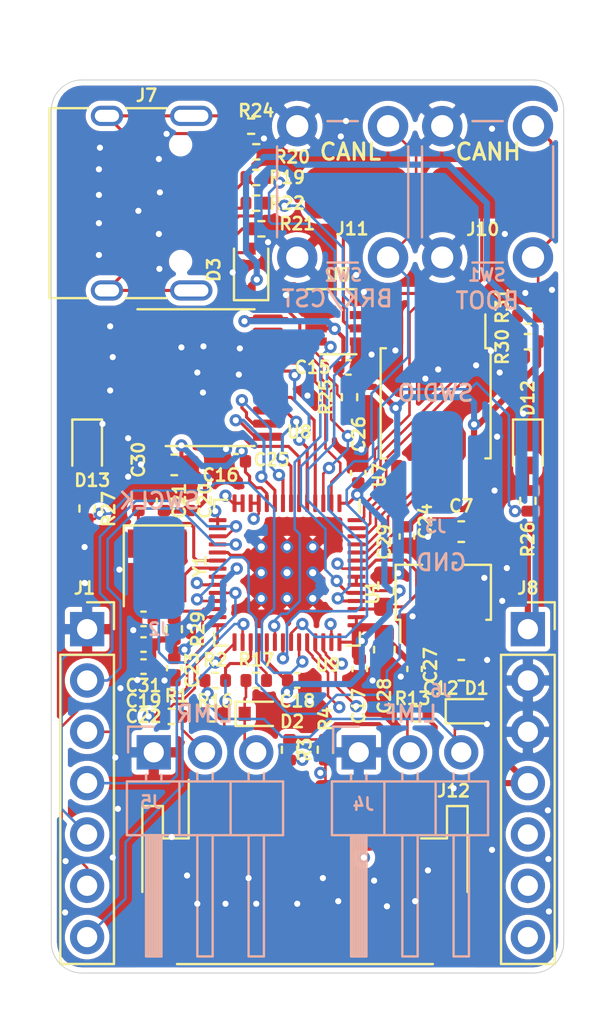
<source format=kicad_pcb>
(kicad_pcb (version 20211014) (generator pcbnew)
  (layers (0 "F.Cu" signal) (1 "In1.Cu" signal) (2 "In2.Cu" signal) (31 "B.Cu" signal) (34 "B.Paste" user) (35 "F.Paste" user) (36 "B.SilkS" user "B.Silkscreen") (37 "F.SilkS" user "F.Silkscreen") (38 "B.Mask" user) (39 "F.Mask" user) (44 "Edge.Cuts" user))
  (net 0 "")
  (net 1 "GND")
  (net 2 "VDD")
  (net 3 "+3V3")
  (net 4 "/IMON")
  (net 5 "/MCU/+1.1V")
  (net 6 "Net-(C30-Pad2)")
  (net 7 "Net-(C31-Pad1)")
  (net 8 "Net-(D12-Pad2)")
  (net 9 "Net-(D13-Pad2)")
  (net 10 "Net-(J4-Pad2)")
  (net 11 "Net-(J7-PadB8)")
  (net 12 "Net-(J7-PadA5)")
  (net 13 "Net-(J7-PadA7)")
  (net 14 "Net-(J7-PadA6)")
  (net 15 "Net-(J7-PadA8)")
  (net 16 "Net-(J7-PadB5)")
  (net 17 "Net-(J7-PadS1)")
  (net 18 "/CANH")
  (net 19 "/CANL")
  (net 20 "/TEMP_MOT")
  (net 21 "/HALLC")
  (net 22 "/HALLB")
  (net 23 "/HALLA")
  (net 24 "/MCU/SWCLK")
  (net 25 "/MCU/SWDIO")
  (net 26 "/VBAT")
  (net 27 "/LIMF")
  (net 28 "/LIMR")
  (net 29 "/USB_DM")
  (net 30 "/USB_DP")
  (net 31 "Net-(R25-Pad1)")
  (net 32 "/MCU/LED1")
  (net 33 "/MCU/LED2")
  (net 34 "Net-(R29-Pad1)")
  (net 35 "/MCU/QSPISS")
  (net 36 "/MCU/USB_BOOT")
  (net 37 "/AL")
  (net 38 "/BL")
  (net 39 "/AH")
  (net 40 "/BH")
  (net 41 "/CANRX")
  (net 42 "/CANTX")
  (net 43 "/MCU/QSPID3")
  (net 44 "/MCU/QSPICLK")
  (net 45 "/MCU/QSPID0")
  (net 46 "/MCU/QSPID2")
  (net 47 "/MCU/QSPID1")
  (net 48 "/MCU/CAN_nCS")
  (net 49 "/MCU/CAN_CIPO")
  (net 50 "/MCU/CAN_COPI")
  (net 51 "Net-(U8-Pad15)")
  (net 52 "/MCU/CAN_SCK")
  (net 53 "/MCU/nCANINT")
  (net 54 "/MCU/nRX0BF")
  (net 55 "/MCU/nRX1BF")
  (net 56 "/MCU/CANCLK")
  (net 57 "Net-(U8-Pad8)")
  (net 58 "Net-(U8-Pad7)")
  (net 59 "Net-(U8-Pad6)")
  (net 60 "Net-(U8-Pad5)")
  (net 61 "Net-(U8-Pad4)")
  (net 62 "Net-(U8-Pad3)")
  (net 63 "/CL")
  (net 64 "/CH")
  (net 65 "/TEMP")
  (net 66 "Net-(J5-Pad2)")
  (net 67 "Net-(SW2-Pad2)")
  (net 68 "Net-(D3-Pad2)")
  (net 69 "Net-(D1-Pad1)")
  (net 70 "Net-(D2-Pad1)")
  (footprint "Capacitor_SMD:C_0603_1608Metric" (layer "F.Cu") (at 147.32 105.156 180)
    (fp_text reference "C7")
    (fp_text value "1uF")
  )
  (footprint "Capacitor_SMD:C_0603_1608Metric" (layer "F.Cu") (at 147.32 112.014)
    (fp_text reference "C12")
    (fp_text value "1uF")
  )
  (footprint "Capacitor_SMD:C_0402_1005Metric" (layer "F.Cu") (at 142.2908 111.9505 90)
    (fp_text reference "C17")
    (fp_text value "100nF")
  )
  (footprint "Capacitor_SMD:C_0402_1005Metric" (layer "F.Cu") (at 139.192 112.522 180)
    (fp_text reference "C18")
    (fp_text value "100nF")
  )
  (footprint "Capacitor_SMD:C_0402_1005Metric" (layer "F.Cu") (at 131.572 110.744)
    (fp_text reference "C19")
    (fp_text value "100nF")
  )
  (footprint "Capacitor_SMD:C_0402_1005Metric" (layer "F.Cu") (at 133.858 103.632 -90)
    (fp_text reference "C20")
    (fp_text value "100nF")
  )
  (footprint "Capacitor_SMD:C_0402_1005Metric" (layer "F.Cu") (at 131.572 111.8362)
    (fp_text reference "C22")
    (fp_text value "100nF")
  )
  (footprint "Capacitor_SMD:C_0402_1005Metric" (layer "F.Cu") (at 133.096 111.9124 90)
    (fp_text reference "C23")
    (fp_text value "100nF")
  )
  (footprint "Capacitor_SMD:C_0402_1005Metric" (layer "F.Cu") (at 144.6276 105.3973 90)
    (fp_text reference "C24")
    (fp_text value "100nF")
  )
  (footprint "Capacitor_SMD:C_0402_1005Metric" (layer "F.Cu") (at 136.144 101.6762)
    (fp_text reference "C25")
    (fp_text value "100nF")
  )
  (footprint "Capacitor_SMD:C_0402_1005Metric" (layer "F.Cu") (at 142.2146 102.2604 -90)
    (fp_text reference "C26")
    (fp_text value "100nF")
  )
  (footprint "Capacitor_SMD:C_0402_1005Metric" (layer "F.Cu") (at 145.0086 111.9505 -90)
    (fp_text reference "C27")
    (fp_text value "100nF")
  )
  (footprint "Capacitor_SMD:C_0603_1608Metric" (layer "F.Cu") (at 143.51 110.998 -90)
    (fp_text reference "C28")
    (fp_text value "1uF")
  )
  (footprint "Capacitor_SMD:C_0603_1608Metric" (layer "F.Cu") (at 143.4719 108.1024 90)
    (fp_text reference "C29")
    (fp_text value "1uF")
  )
  (footprint "Capacitor_SMD:C_0402_1005Metric" (layer "F.Cu") (at 131.318 103.632 -90)
    (fp_text reference "C30")
    (fp_text value "33pF")
  )
  (footprint "Capacitor_SMD:C_0402_1005Metric" (layer "F.Cu") (at 131.572 109.474 180)
    (fp_text reference "C31")
    (fp_text value "33pF")
  )
  (footprint "Anand_parts:SOLDERPAD_100x200" (layer "F.Cu") (at 148.336 88.392 -90)
    (fp_text reference "J10")
    (fp_text value "Conn_01x01_Male")
  )
  (footprint "Resistor_SMD:R_0402_1005Metric" (layer "F.Cu") (at 145.161 114.173)
    (fp_text reference "R13")
    (fp_text value "22")
  )
  (footprint "Resistor_SMD:R_0402_1005Metric" (layer "F.Cu") (at 135.128 112.522)
    (fp_text reference "R16")
    (fp_text value "22")
  )
  (footprint "Resistor_SMD:R_0402_1005Metric" (layer "F.Cu") (at 137.16 112.522)
    (fp_text reference "R17")
    (fp_text value "22")
  )
  (footprint "Resistor_SMD:R_0402_1005Metric" (layer "F.Cu") (at 137.16 86.36)
    (fp_text reference "R20")
    (fp_text value "4.7k")
  )
  (footprint "Resistor_SMD:R_0402_1005Metric" (layer "F.Cu") (at 137.414 90.17)
    (fp_text reference "R21")
    (fp_text value "4.7k")
  )
  (footprint "Resistor_SMD:R_0402_1005Metric" (layer "F.Cu") (at 136.906 85.09 180)
    (fp_text reference "R24")
    (fp_text value "22")
  )
  (footprint "Resistor_SMD:R_0402_1005Metric" (layer "F.Cu") (at 133.096 109.982 -90)
    (fp_text reference "R29")
    (fp_text value "22k")
  )
  (footprint "Resistor_SMD:R_0402_1005Metric" (layer "F.Cu") (at 150.622 95.758 180)
    (fp_text reference "R30")
    (fp_text value "22k")
  )
  (footprint "MCU_RaspberryPi_and_Boards:RP2040-QFN-56" (layer "F.Cu") (at 138.684 107.188 -90)
    (fp_text reference "U9")
    (fp_text value "RP2040")
  )
  (footprint "Crystal:Crystal_SMD_3225-4Pin_3.2x2.5mm" (layer "F.Cu") (at 132.246 106.85 -90)
    (fp_text reference "Y1")
    (fp_text value "Crystal_GND24")
  )
  (footprint "Connector_PinSocket_2.54mm:PinSocket_1x07_P2.54mm_Vertical" (layer "F.Cu") (at 128.778 109.982)
    (fp_text reference "J1")
    (fp_text value "GDCTRL")
  )
  (footprint "Capacitor_SMD:C_0402_1005Metric" (layer "F.Cu") (at 141.732 97.028)
    (fp_text reference "C15")
    (fp_text value "100nF")
  )
  (footprint "Resistor_SMD:R_0402_1005Metric" (layer "F.Cu") (at 128.778 104.013 -90)
    (fp_text reference "R27")
    (fp_text value "2.2k")
  )
  (footprint "Resistor_SMD:R_0402_1005Metric" (layer "F.Cu") (at 132.969 114.3 180)
    (fp_text reference "R1")
    (fp_text value "22")
  )
  (footprint "Package_SO:TSSOP-20_4.4x6.5mm_P0.65mm" (layer "F.Cu") (at 134.874 97.536)
    (fp_text reference "U8")
    (fp_text value "MCP2515-xST")
  )
  (footprint "Capacitor_SMD:C_0603_1608Metric" (layer "F.Cu") (at 133.096 101.854 180)
    (fp_text reference "C16")
    (fp_text value "1uF")
  )
  (footprint "Anand_parts:SOLDERPAD_100x200" (layer "F.Cu") (at 142.113 88.392 90)
    (fp_text reference "J11")
    (fp_text value "Conn_01x01_Male")
  )
  (footprint "Connector_JST:JST_PH_S6B-PH-SM4-TB_1x06-1MP_P2.00mm_Horizontal" (layer "F.Cu") (at 139.573 122.047)
    (fp_text reference "J12")
    (fp_text value "MOTOR_ENC")
  )
  (footprint "Package_SO:SOIC-8_5.23x5.23mm_P1.27mm" (layer "F.Cu") (at 146.05 98.806 -90)
    (fp_text reference "U7")
    (fp_text value "W25Q128JVS")
  )
  (footprint "Resistor_SMD:R_0402_1005Metric" (layer "F.Cu") (at 137.16 87.63 180)
    (fp_text reference "R19")
    (fp_text value "22")
  )
  (footprint "Package_TO_SOT_SMD:SOT-23-8" (layer "F.Cu") (at 141.224 94.7674)
    (fp_text reference "U5")
    (fp_text value "MAX3051")
  )
  (footprint "Resistor_SMD:R_0402_1005Metric" (layer "F.Cu") (at 141.7828 98.5012 90)
    (fp_text reference "R25")
    (fp_text value "22k")
  )
  (footprint "Resistor_SMD:R_0402_1005Metric" (layer "F.Cu") (at 140.589 115.951 -90)
    (fp_text reference "R4")
    (fp_text value "4.7k")
  )
  (footprint "Resistor_SMD:R_0402_1005Metric" (layer "F.Cu") (at 138.811 115.951 -90)
    (fp_text reference "R3")
    (fp_text value "4.7k")
  )
  (footprint "Capacitor_SMD:C_0402_1005Metric" (layer "F.Cu") (at 132.588 103.632 -90)
    (fp_text reference "C21")
    (fp_text value "100nF")
  )
  (footprint "Resistor_SMD:R_0402_1005Metric" (layer "F.Cu") (at 137.16 88.9 180)
    (fp_text reference "R22")
    (fp_text value "22")
  )
  (footprint "Diode_SMD:D_0603_1608Metric" (layer "F.Cu") (at 128.778 101.092 -90)
    (fp_text reference "D13")
    (fp_text value "LED_RED")
  )
  (footprint "Connector_PinSocket_2.54mm:PinSocket_1x07_P2.54mm_Vertical" (layer "F.Cu") (at 150.622 109.982)
    (fp_text reference "J8")
    (fp_text value "IO")
  )
  (footprint "Resistor_SMD:R_0402_1005Metric" (layer "F.Cu") (at 150.622 94.488)
    (fp_text reference "R31")
    (fp_text value "2.2k")
  )
  (footprint "Diode_SMD:D_SOD-523" (layer "F.Cu") (at 147.701 114.046)
    (fp_text reference "D1")
    (fp_text value "ESD5Z3V3")
  )
  (footprint "Diode_SMD:D_SOD-523" (layer "F.Cu") (at 137.287 114.173)
    (fp_text reference "D2")
    (fp_text value "ESD5Z3V3")
  )
  (footprint "Diode_SMD:D_SOD-323" (layer "F.Cu") (at 136.906 92.202 90)
    (fp_text reference "D3")
    (fp_text value "1N5819WS")
  )
  (footprint "Package_TO_SOT_SMD:SOT-89-3" (layer "F.Cu") (at 146.431 108.458 90)
    (fp_text reference "U1")
    (fp_text value "LR7133")
  )
  (footprint "Diode_SMD:D_0603_1608Metric" (layer "F.Cu") (at 150.622 101.092 -90)
    (fp_text reference "D12")
    (fp_text value "LED_GRN")
  )
  (footprint "Resistor_SMD:R_0402_1005Metric" (layer "F.Cu") (at 135.001 114.173)
    (fp_text reference "R2")
    (fp_text value "4.7k")
  )
  (footprint "Resistor_SMD:R_0402_1005Metric" (layer "F.Cu") (at 150.622 103.632 -90)
    (fp_text reference "R26")
    (fp_text value "2.2k")
  )
  (footprint "Connector_USB:USB_C_Receptacle_HRO_TYPE-C-31-M-12" (layer "F.Cu") (at 130.81 88.9 -90)
    (fp_text reference "J7")
    (fp_text value "USB_C_Receptacle_USB2.0")
  )
  (footprint "Connector_PinHeader_2.54mm:PinHeader_1x03_P2.54mm_Horizontal" (layer "B.Cu") (at 132.08 116.078 -90)
    (fp_text reference "J5")
    (fp_text value "LIMR")
  )
  (footprint "Anand_parts:SOLDERPAD_100x200" (layer "B.Cu") (at 146.1262 101.727)
    (fp_text reference "J3")
    (fp_text value "Conn_01x01_Male")
  )
  (footprint "Anand_parts:SOLDERPAD_100x200" (layer "B.Cu") (at 146.304 109.982)
    (fp_text reference "J6")
    (fp_text value "Conn_01x01_Male")
  )
  (footprint "Button_Switch_THT:SW_PUSH_6mm_H4.3mm" (layer "B.Cu") (at 146.376 85.09 -90)
    (fp_text reference "SW1")
    (fp_text value "BOOTSW")
  )
  (footprint "Button_Switch_THT:SW_PUSH_6mm_H4.3mm" (layer "B.Cu") (at 139.192 85.09 -90)
    (fp_text reference "SW2")
    (fp_text value "BRKSW")
  )
  (footprint "Connector_PinHeader_2.54mm:PinHeader_1x03_P2.54mm_Horizontal" (layer "B.Cu") (at 142.24 116.078 -90)
    (fp_text reference "J4")
    (fp_text value "LIMF")
  )
  (footprint "Anand_parts:SOLDERPAD_100x200" (layer "B.Cu") (at 132.334 106.934 180)
    (fp_text reference "J2")
    (fp_text value "Conn_01x01_Male")
  )
  (gr_line (start 127 84.328) (end 127 125.476) (layer "Edge.Cuts") (width 0.05))
  (gr_line (start 150.876 82.804) (end 128.524 82.804) (layer "Edge.Cuts") (width 0.05))
  (gr_arc (start 128.524 127) (mid 127.446369 126.553631) (end 127 125.476) (layer "Edge.Cuts") (width 0.05))
  (gr_line (start 128.524 127) (end 150.876 127) (layer "Edge.Cuts") (width 0.05))
  (gr_arc (start 152.4 125.476) (mid 151.953631 126.553631) (end 150.876 127) (layer "Edge.Cuts") (width 0.05))
  (gr_arc (start 127 84.328) (mid 127.446369 83.250369) (end 128.524 82.804) (layer "Edge.Cuts") (width 0.05))
  (gr_arc (start 150.876 82.804) (mid 151.953631 83.250369) (end 152.4 84.328) (layer "Edge.Cuts") (width 0.05))
  (gr_line (start 152.4 125.476) (end 152.4 84.328) (layer "Edge.Cuts") (width 0.05))
  (gr_text "LIMR" (at 134.62 114.173) (layer "B.SilkS") (effects (font (size 0.8128 0.8128) (thickness 0.1397)) (justify mirror)))
  (gr_text "BOOT" (at 148.6154 93.726) (layer "B.SilkS") (effects (font (size 0.8128 0.8128) (thickness 0.1397)) (justify mirror)))
  (gr_text "GND" (at 146.3294 106.68) (layer "B.SilkS") (effects (font (size 0.8128 0.8128) (thickness 0.1397)) (justify mirror)))
  (gr_text "SWCLK" (at 132.3594 103.632) (layer "B.SilkS") (effects (font (size 0.8128 0.8128) (thickness 0.1397)) (justify mirror)))
  (gr_text "SWDIO" (at 146.05 98.298) (layer "B.SilkS") (effects (font (size 0.8128 0.8128) (thickness 0.1397)) (justify mirror)))
  (gr_text "LIMF" (at 144.78 114.173) (layer "B.SilkS") (effects (font (size 0.8128 0.8128) (thickness 0.1397)) (justify mirror)))
  (gr_text "BRK/CST" (at 141.1732 93.6244) (layer "B.SilkS") (effects (font (size 0.8128 0.8128) (thickness 0.1397)) (justify mirror)))
  (gr_text "CANL      CANH" (at 145.288 86.36) (layer "F.SilkS") (effects (font (size 0.8128 0.8128))))
  (segment (start 131.396 107.6307) (end 131.396 107.95) (width 0.1524) (layer "F.Cu") (net 1))
  (segment (start 137.820402 106.324402) (end 138.684 107.188) (width 0.1524) (layer "F.Cu") (net 1))
  (segment (start 134.661399 85.456399) (end 132.729589 85.456399) (width 0.1524) (layer "F.Cu") (net 1))
  (segment (start 140.124 94.4374) (end 139.4416 94.4374) (width 0.1524) (layer "F.Cu") (net 1))
  (segment (start 145.0086 110.1574) (end 145.058 110.108) (width 0.4064) (layer "F.Cu") (net 1))
  (segment (start 139.4416 94.4374) (end 138.6332 93.629) (width 0.1524) (layer "F.Cu") (net 1))
  (segment (start 131.092 110.0608) (end 131.064 110.0328) (width 0.1524) (layer "F.Cu") (net 1))
  (segment (start 132.321 101.854) (end 132.321 102.885) (width 0.1524) (layer "F.Cu") (net 1))
  (segment (start 139.672 112.522) (end 139.672 113.383) (width 0.1524) (layer "F.Cu") (net 1))
  (segment (start 134.855 92.15) (end 135.8126 92.15) (width 0.1524) (layer "F.Cu") (net 1))
  (segment (start 138.6332 93.629) (end 138.6332 93.446594) (width 0.1524) (layer "F.Cu") (net 1))
  (segment (start 142.2146 101.7804) (end 142.2146 101.244402) (width 0.127) (layer "F.Cu") (net 1))
  (segment (start 133.096 105.75) (end 133.096 105.9307) (width 0.1524) (layer "F.Cu") (net 1))
  (segment (start 131.318 103.152) (end 130.81 102.644) (width 0.1524) (layer "F.Cu") (net 1))
  (segment (start 142.212 97.028) (end 142.847 96.393) (width 0.1524) (layer "F.Cu") (net 1))
  (segment (start 137.67 85.8286) (end 137.541 85.6996) (width 0.1524) (layer "F.Cu") (net 1))
  (segment (start 142.324 95.842) (end 142.875 96.393) (width 0.1524) (layer "F.Cu") (net 1))
  (segment (start 131.092 108.254) (end 131.396 107.95) (width 0.1524) (layer "F.Cu") (net 1))
  (segment (start 131.4704 101.854) (end 131.445 101.8286) (width 0.1524) (layer "F.Cu") (net 1))
  (segment (start 129.2605 99.822) (end 129.54 99.822) (width 0.127) (layer "F.Cu") (net 1))
  (segment (start 139.192 114.173) (end 139.827 113.538) (width 0.127) (layer "F.Cu") (net 1))
  (segment (start 132.729589 85.456399) (end 132.714994 85.470994) (width 0.1524) (layer "F.Cu") (net 1))
  (segment (start 135.8126 92.15) (end 135.9916 92.329) (width 0.1524) (layer "F.Cu") (net 1))
  (segment (start 132.0115 100.461) (end 130.8822 100.461) (width 0.1524) (layer "F.Cu") (net 1))
  (segment (start 139.672 113.383) (end 139.827 113.538) (width 0.1524) (layer "F.Cu") (net 1))
  (segment (start 135.664 101.6762) (end 135.664 101.0692) (width 0.1524) (layer "F.Cu") (net 1))
  (segment (start 131.092 111.8362) (end 131.092 112.3214) (width 0.1524) (layer "F.Cu") (net 1))
  (segment (start 132.74299 112.3924) (end 132.6134 112.52199) (width 0.1524) (layer "F.Cu") (net 1))
  (segment (start 130.4816 107.0356) (end 130.378198 107.0356) (width 0.1524) (layer "F.Cu") (net 1))
  (segment (start 144.145 95.206) (end 144.145 96.1009) (width 0.1524) (layer "F.Cu") (net 1))
  (segment (start 135.887966 106.324402) (end 137.820402 106.324402) (width 0.1524) (layer "F.Cu") (net 1))
  (segment (start 145.2017 105.8773) (end 145.669 105.41) (width 0.127) (layer "F.Cu") (net 1))
  (segment (start 142.324 93.7874) (end 142.494 93.6174) (width 0.1524) (layer "F.Cu") (net 1))
  (segment (start 148.401 114.046) (end 148.401 114.492) (width 0.3048) (layer "F.Cu") (net 1))
  (segment (start 132.588 103.152) (end 133.858 103.152) (width 0.1524) (layer "F.Cu") (net 1))
  (segment (start 144.1574 107.175) (end 144.1958 107.2134) (width 0.4064) (layer "F.Cu") (net 1))
  (segment (start 135.2465 106.188) (end 135.751564 106.188) (width 0.1524) (layer "F.Cu") (net 1))
  (segment (start 131.092 109.474) (end 131.092 110.0048) (width 0.1524) (layer "F.Cu") (net 1))
  (segment (start 148.095 112.014) (end 148.602986 111.506014) (width 0.4064) (layer "F.Cu") (net 1))
  (segment (start 142.8343 112.4305) (end 142.9258 112.522) (width 0.4064) (layer "F.Cu") (net 1))
  (segment (start 142.847 96.393) (end 142.875 96.393) (width 0.1524) (layer "F.Cu") (net 1))
  (segment (start 142.2908 112.4305) (end 142.8343 112.4305) (width 0.4064) (layer "F.Cu") (net 1))
  (segment (start 131.092 110.744) (end 131.092 110.0608) (width 0.1524) (layer "F.Cu") (net 1))
  (segment (start 137.987 114.173) (end 139.192 114.173) (width 0.127) (layer "F.Cu") (net 1))
  (segment (start 137.924 90.17) (end 137.924 90.6506) (width 0.1524) (layer "F.Cu") (net 1))
  (segment (start 131.396 107.95) (end 130.4816 107.0356) (width 0.1524) (layer "F.Cu") (net 1))
  (segment (start 131.092 110.0048) (end 131.064 110.0328) (width 0.1524) (layer "F.Cu") (net 1))
  (segment (start 131.092 110.744) (end 131.092 111.8362) (width 0.1524) (layer "F.Cu") (net 1))
  (segment (start 131.092 112.3214) (end 131.2672 112.4966) (width 0.1524) (layer "F.Cu") (net 1))
  (segment (start 137.416 85.5746) (end 137.541 85.6996) (width 0.1524) (layer "F.Cu") (net 1))
  (segment (start 145.0086 112.4305) (end 144.4218 112.4305) (width 0.4064) (layer "F.Cu") (net 1))
  (segment (start 135.664 101.0692) (end 135.6614 101.0666) (width 0.1524) (layer "F.Cu") (net 1))
  (segment (start 148.602986 111.506014) (end 148.602986 111.506) (width 0.4064) (layer "F.Cu") (net 1))
  (segment (start 146.545 105.156) (end 145.923 105.156) (width 0.127) (layer "F.Cu") (net 1))
  (segment (start 132.588 103.152) (end 131.318 103.152) (width 0.1524) (layer "F.Cu") (net 1))
  (segment (start 133.096 105.9307) (end 131.396 107.6307) (width 0.1524) (layer "F.Cu") (net 1))
  (segment (start 144.145 96.1009) (end 144.0561 96.1898) (width 0.1524) (layer "F.Cu") (net 1))
  (segment (start 130.8822 100.461) (end 130.81 100.5332) (width 0.1524) (layer "F.Cu") (net 1))
  (segment (start 132.321 101.854) (end 131.4704 101.854) (width 0.1524) (layer "F.Cu") (net 1))
  (segment (start 144.4218 112.4305) (end 144.3228 112.3315) (width 0.4064) (layer "F.Cu") (net 1))
  (segment (start 150.622 99.5426) (end 150.3934 99.314) (width 0.127) (layer "F.Cu") (net 1))
  (segment (start 137.416 85.09) (end 137.416 85.5746) (width 0.1524) (layer "F.Cu") (net 1))
  (segment (start 133.096 112.3924) (end 132.74299 112.3924) (width 0.1524) (layer "F.Cu") (net 1))
  (segment (start 142.2146 101.244402) (end 142.367002 101.092) (width 0.127) (layer "F.Cu") (net 1))
  (segment (start 144.6276 105.8773) (end 145.2017 105.8773) (width 0.127) (layer "F.Cu") (net 1))
  (segment (start 142.324 95.7474) (end 142.324 95.842) (width 0.1524) (layer "F.Cu") (net 1))
  (segment (start 135.751564 106.188) (end 135.887966 106.324402) (width 0.1524) (layer "F.Cu") (net 1))
  (segment (start 131.092 109.474) (end 131.092 108.254) (width 0.1524) (layer "F.Cu") (net 1))
  (segment (start 128.778 100.3045) (end 129.2605 99.822) (width 0.127) (layer "F.Cu") (net 1))
  (segment (start 142.494 93.6174) (end 142.494 93.2942) (width 0.1524) (layer "F.Cu") (net 1))
  (segment (start 148.401 114.492) (end 148.59 114.681) (width 0.3048) (layer "F.Cu") (net 1))
  (segment (start 143.7643 111.773) (end 144.3228 112.3315) (width 0.4064) (layer "F.Cu") (net 1))
  (segment (start 137.924 90.6506) (end 137.7442 90.8304) (width 0.1524) (layer "F.Cu") (net 1))
  (segment (start 137.67 86.36) (end 137.67 85.8286) (width 0.1524) (layer "F.Cu") (net 1))
  (segment (start 143.51 111.773) (end 143.7643 111.773) (width 0.4064) (layer "F.Cu") (net 1))
  (segment (start 130.81 102.644) (end 130.81 102.4382) (width 0.1524) (layer "F.Cu") (net 1))
  (segment (start 145.923 105.156) (end 145.669 105.41) (width 0.127) (layer "F.Cu") (net 1))
  (segment (start 143.51 107.175) (end 144.1574 107.175) (width 0.4064) (layer "F.Cu") (net 1))
  (segment (start 134.855 85.65) (end 134.661399 85.456399) (width 0.1524) (layer "F.Cu") (net 1))
  (segment (start 132.321 102.885) (end 132.588 103.152) (width 0.1524) (layer "F.Cu") (net 1))
  (segment (start 150.622 100.3045) (end 150.622 99.5426) (width 0.127) (layer "F.Cu") (net 1))
  (via (at 145.542 97.5868) (size 0.6096) (drill 0.3048) (layers "F.Cu" "B.Cu") (net 1))
  (via (at 134.5438 95.9866) (size 0.6096) (drill 0.3048) (layers "F.Cu" "B.Cu") (net 1))
  (via (at 149.352 108.585) (size 0.6096) (drill 0.3048) (layers "F.Cu" "B.Cu") (net 1))
  (via (at 130.302 118.872) (size 0.6096) (drill 0.3048) (layers "F.Cu" "B.Cu") (net 1))
  (via (at 138.6332 93.446594) (size 0.6096) (drill 0.3048) (layers "F.Cu" "B.Cu") (net 1))
  (via (at 135.9916 92.329) (size 0.6096) (drill 0.3048) (layers "F.Cu" "B.Cu") (net 1))
  (via (at 132.334 86.7156) (size 0.6096) (drill 0.3048) (layers "F.Cu" "B.Cu") (net 1))
  (via (at 129.921 98.171) (size 0.6096) (drill 0.3048) (layers "F.Cu" "B.Cu") (net 1))
  (via (at 129.921 94.996) (size 0.6096) (drill 0.3048) (layers "F.Cu" "B.Cu") (net 1))
  (via (at 128.651 107.696) (size 0.6096) (drill 0.3048) (layers "F.Cu" "B.Cu") (net 1))
  (via (at 129.54 99.822) (size 0.6096) (drill 0.3048) (layers "F.Cu" "B.Cu") (net 1))
  (via (at 136.779 122.301) (size 0.6096) (drill 0.3048) (layers "F.Cu" "B.Cu") (net 1))
  (via (at 131.445 101.8286) (size 0.6096) (drill 0.3048) (layers "F.Cu" "B.Cu") (net 1))
  (via (at 137.7442 90.8304) (size 0.6096) (drill 0.3048) (layers "F.Cu" "B.Cu") (net 1))
  (via (at 148.844 85.217) (size 0.6096) (drill 0.3048) (layers "F.Cu" "B.Cu") (net 1))
  (via (at 135.636 123.571) (size 0.6096) (drill 0.3048) (layers "F.Cu" "B.Cu") (net 1))
  (via (at 149.5806 106.9594) (size 0.6096) (drill 0.3048) (layers "F.Cu" "B.Cu") (net 1))
  (via (at 151.6634 123.952) (size 0.6096) (drill 0.3048) (layers "F.Cu" "B.Cu") (net 1))
  (via (at 130.429 112.903) (size 0.6096) (drill 0.3048) (layers "F.Cu" "B.Cu") (net 1))
  (via (at 145.669 105.41) (size 0.6096) (drill 0.3048) (layers "F.Cu" "B.Cu") (net 1))
  (via (at 130.81 102.4382) (size 0.6096) (drill 0.3048) (layers "F.Cu" "B.Cu") (net 1))
  (via (at 131.2672 112.4966) (size 0.6096) (drill 0.3048) (layers "F.Cu" "B.Cu") (net 1))
  (via (at 130.048 121.285) (size 0.6096) (drill 0.3048) (layers "F.Cu" "B.Cu") (net 1))
  (via (at 131.064 110.0328) (size 0.6096) (drill 0.3048) (layers "F.Cu" "B.Cu") (net 1))
  (via (at 148.0566 96.9264) (size 0.6096) (drill 0.3048) (layers "F.Cu" "B.Cu") (net 1))
  (via (at 144.1958 107.2134) (size 0.6096) (drill 0.3048) (layers "F.Cu" "B.Cu") (net 1))
  (via (at 143.002 122.428) (size 0.6096) (drill 0.3048) (layers "F.Cu" "B.Cu") (net 1))
  (via (at 151.638 121.3612) (size 0.6096) (drill 0.3048) (layers "F.Cu" "B.Cu") (net 1))
  (via (at 132.3594 92.1512) (size 0.6096) (drill 0.3048) (layers "F.Cu" "B.Cu") (net 1))
  (via (at 129.3622 87.2236) (size 0.6096) (drill 0.3048) (layers "F.Cu" "B.Cu") (net 1))
  (via (at 141.605 84.836) (size 0.6096) (drill 0.3048) (layers "F.Cu" "B.Cu") (net 1))
  (via (at 150.495 93.345) (size 0.6096) (drill 0.3048) (layers "F.Cu" "B.Cu") (net 1))
  (via (at 151.6126 118.9482) (size 0.6096) (drill 0.3048) (layers "F.Cu" "B.Cu") (net 1))
  (via (at 144.3228 112.3315) (size 0.6096) (drill 0.3048) (layers "F.Cu" "B.Cu") (net 1))
  (via (at 143.637 123.698) (size 0.6096) (drill 0.3048) (layers "F.Cu" "B.Cu") (net 1))
  (via (at 130.81 100.5332) (size 0.6096) (drill 0.3048) (layers "F.Cu" "B.Cu") (net 1))
  (via (at 145.669 121.92) (size 0.6096) (drill 0.3048) (layers "F.Cu" "B.Cu") (net 1))
  (via (at 133.731 122.174) (size 0.6096) (drill 0.3048) (layers "F.Cu" "B.Cu") (net 1))
  (via (at 151.8158 93.1926) (size 0.6096) (drill 0.3048) (layers "F.Cu" "B.Cu") (net 1))
  (via (at 136.3472 96.0882) (size 0.6096) (drill 0.3048) (layers "F.Cu" "B.Cu") (net 1))
  (via (at 137.541 85.6996) (size 0.6096) (drill 0.3048) (layers "F.Cu" "B.Cu") (net 1))
  (via (at 148.463 107.442) (size 0.6096) (drill 0.3048) (layers "F.Cu" "B.Cu") (net 1))
  (via (at 142.494 93.2942) (size 0.6096) (drill 0.3048) (layers "F.Cu" "B.Cu") (net 1))
  (via (at 149.479 90.424) (size 0.6096) (drill 0.3048) (layers "F.Cu" "B.Cu") (net 1))
  (via (at 141.351 85.598) (size 0.6096) (drill 0.3048) (layers "F.Cu" "B.Cu") (net 1))
  (via (at 132.334 90.424) (size 0.6096) (drill 0.3048) (layers "F.Cu" "B.Cu") (net 1))
  (via (at 133.858 109.855) (size 0.6096) (drill 0.3048) (layers "F.Cu" "B.Cu") (net 1))
  (via (at 132.969 120.269) (size 0.6096) (drill 0.3048) (layers "F.Cu" "B.Cu") (net 1))
  (via (at 144.0561 96.1898) (size 0.6096) (drill 0.3048) (layers "F.Cu" "B.Cu") (net 1))
  (via (at 148.602986 111.506) (size 0.6096) (drill 0.3048) (layers "F.Cu" "B.Cu") (net 1))
  (via (at 149.225 97.282) (size 0.6096) (drill 0.3048) (layers "F.Cu" "B.Cu") (net 1))
  (via (at 136.2964 97.3836) (size 0.6096) (drill 0.3048) (layers "F.Cu" "B.Cu") (net 1))
  (via (at 130.175 116.332) (size 0.6096) (drill 0.3048) (layers "F.Cu" "B.Cu") (net 1))
  (via (at 129.413 86.1568) (size 0.6096) (drill 0.3048) (layers "F.Cu" "B.Cu") (net 1))
  (via (at 142.875 96.393) (size 0.6096) (drill 0.3048) (layers "F.Cu" "B.Cu") (net 1))
  (via (at 129.3622 89.8906) (size 0.6096) (drill 0.3048) (layers "F.Cu" "B.Cu") (net 1))
  (via (at 134.239 97.282) (size 0.6096) (drill 0.3048) (layers "F.Cu" "B.Cu") (net 1))
  (via (at 148.7932 96.2152) (size 0.6096) (drill 0.3048) (layers "F.Cu" "B.Cu") (net 1))
  (via (at 137.16 123.571) (size 0.6096) (drill 0.3048) (layers "F.Cu" "B.Cu") (net 1))
  (via (at 130.378198 107.0356) (size 0.6096) (drill 0.3048) (layers "F.Cu" "B.Cu") (net 1))
  (via (at 144.907 109.347) (size 0.6096) (drill 0.3048) (layers "F.Cu" "B.Cu") (net 1))
  (via (at 134.239 123.571) (size 0.6096) (drill 0.3048) (layers "F.Cu" "B.Cu") (net 1))
  (via (at 130.048 96.52) (size 0.6096) (drill 0.3048) (layers "F.Cu" "B.Cu") (net 1))
  (via (at 140.462 122.301) (size 0.6096) (drill 0.3048) (layers "F.Cu" "B.Cu") (net 1))
  (via (at 142.113 92.456) (size 0.6096) (drill 0.3048) (layers "F.Cu" "B.Cu") (net 1))
  (via (at 141.224 123.444) (size 0.6096) (drill 0.3048) (layers "F.Cu" "B.Cu") (net 1))
  (via (at 146.939 117.856) (size 0.6096) (drill 0.3048) (layers "F.Cu" "B.Cu") (net 1))
  (via (at 133.4516 96.0374) (size 0.6096) (drill 0.3048) (layers "F.Cu" "B.Cu") (net 1))
  (via (at 127.7112 121.4628) (size 0.6096) (drill 0.3048) (layers "F.Cu" "B.Cu") (net 1))
  (via (at 134.5184 98.2726) (size 0.6096) (drill 0.3048) (layers "F.Cu" "B.Cu") (net 1))
  (via (at 132.6134 112.52199) (size 0.6096) (drill 0.3048) (layers "F.Cu" "B.Cu") (net 1))
  (via (at 142.9258 112.522) (size 0.6096) (drill 0.3048) (layers "F.Cu" "B.Cu") (net 1))
  (via (at 127.6858 124.0028) (size 0.6096) (drill 0.3048) (layers "F.Cu" "B.Cu") (net 1))
  (via (at 139.7 98.425) (size 0.6096) (drill 0.3048) (layers "F.Cu" "B.Cu") (net 1))
  (via (at 132.714994 85.470994) (size 0.6096) (drill 0.3048) (layers "F.Cu" "B.Cu") (net 1))
  (via (at 132.3848 88.3666) (size 0.6096) (drill 0.3048) (layers "F.Cu" "B.Cu") (net 1))
  (via (at 129.3622 88.4936) (size 0.6096) (drill 0.3048) (layers "F.Cu" "B.Cu") (net 1))
  (via (at 139.192 123.571) (size 0.6096) (drill 0.3048) (layers "F.Cu" "B.Cu") (net 1))
  (via (at 145.034 123.444) (size 0.6096) (drill 0.3048) (layers "F.Cu" "B.Cu") (net 1))
  (via (at 139.827 113.538) (size 0.6096) (drill 0.3048) (layers "F.Cu" "B.Cu") (net 1))
  (via (at 148.844 120.904) (size 0.6096) (drill 0.3048) (layers "F.Cu" "B.Cu") (net 1))
  (via (at 146.177 97.1296) (size 0.6096) (drill 0.3048) (layers "F.Cu" "B.Cu") (net 1))
  (via (at 129.3622 91.4654) (size 0.6096) (drill 0.3048) (layers "F.Cu" "B.Cu") (net 1))
  (via (at 135.6614 101.0666) (size 0.6096) (drill 0.3048) (layers "F.Cu" "B.Cu") (net 1))
  (via (at 148.971 103.124) (size 0.6096) (drill 0.3048) (layers "F.Cu" "B.Cu") (net 1))
  (via (at 128.651 105.918) (size 0.6096) (drill 0.3048) (layers "F.Cu" "B.Cu") (net 1))
  (via (at 131.318 89.281) (size 0.6096) (drill 0.3048) (layers "F.Cu" "B.Cu") (net 1))
  (via (at 142.367002 101.092) (size 0.6096) (drill 0.3048) (layers "F.Cu" "B.Cu") (net 1))
  (via (at 148.59 114.681) (size 0.6096) (drill 0.3048) (layers "F.Cu" "B.Cu") (net 1))
  (via (at 149.098 100.457) (size 0.6096) (drill 0.3048) (layers "F.Cu" "B.Cu") (net 1))
  (via (at 150.3934 99.314) (size 0.6096) (drill 0.3048) (layers "F.Cu" "B.Cu") (net 1))
  (segment (start 146.558036 110.0205) (end 146.558036 110.636268) (width 0.4064) (layer "B.Cu") (net 1))
  (segment (start 147.427768 111.506) (end 148.602986 111.506) (width 0.4064) (layer "B.Cu") (net 1))
  (segment (start 146.558036 110.636268) (end 147.427768 111.506) (width 0.4064) (layer "B.Cu") (net 1))
  (segment (start 136.906 93.252) (end 136.906 92.964) (width 0.3048) (layer "F.Cu") (net 2))
  (segment (start 146.685 106.426) (end 147.955 106.426) (width 0.3048) (layer "F.Cu") (net 2))
  (segment (start 148.095 105.156) (end 149.987 105.156) (width 0.3048) (layer "F.Cu") (net 2))
  (segment (start 146.431 110.0205) (end 146.431 106.68) (width 0.3048) (layer "F.Cu") (net 2))
  (segment (start 148.095 106.286) (end 148.095 105.156) (width 0.3048) (layer "F.Cu") (net 2))
  (segment (start 146.431 106.68) (end 146.685 106.426) (width 0.3048) (layer "F.Cu") (net 2))
  (segment (start 150.622 105.791) (end 150.622 109.982) (width 0.3048) (layer "F.Cu") (net 2))
  (segment (start 150.622 109.982) (end 150.5204 109.982) (width 0.127) (layer "F.Cu") (net 2))
  (segment (start 149.987 105.156) (end 150.622 105.791) (width 0.3048) (layer "F.Cu") (net 2))
  (segment (start 136.906 92.964) (end 137.1854 92.6846) (width 0.3048) (layer "F.Cu") (net 2))
  (segment (start 147.955 106.426) (end 148.095 106.286) (width 0.3048) (layer "F.Cu") (net 2))
  (via (at 137.1854 92.6846) (size 0.6096) (drill 0.3048) (layers "F.Cu" "B.Cu") (net 2))
  (segment (start 137.1854 91.8464) (end 136.652 91.313) (width 0.3048) (layer "B.Cu") (net 2))
  (segment (start 136.652 87.503) (end 137.541 86.614) (width 0.3048) (layer "B.Cu") (net 2))
  (segment (start 139.192 86.995) (end 146.685 86.995) (width 0.3048) (layer "B.Cu") (net 2))
  (segment (start 136.652 91.313) (end 136.652 87.503) (width 0.3048) (layer "B.Cu") (net 2))
  (segment (start 138.811 86.614) (end 139.192 86.995) (width 0.3048) (layer "B.Cu") (net 2))
  (segment (start 151.003 94.996) (end 151.003 109.601) (width 0.3048) (layer "B.Cu") (net 2))
  (segment (start 148.59 92.583) (end 151.003 94.996) (width 0.3048) (layer "B.Cu") (net 2))
  (segment (start 151.003 109.601) (end 150.622 109.982) (width 0.3048) (layer "B.Cu") (net 2))
  (segment (start 146.685 86.995) (end 148.59 88.9) (width 0.3048) (layer "B.Cu") (net 2))
  (segment (start 137.1854 92.6846) (end 137.1854 91.8464) (width 0.3048) (layer "B.Cu") (net 2))
  (segment (start 148.59 88.9) (end 148.59 92.583) (width 0.3048) (layer "B.Cu") (net 2))
  (segment (start 137.541 86.614) (end 138.811 86.614) (width 0.3048) (layer "B.Cu") (net 2))
  (segment (start 133.096 110.492) (end 133.096 110.998) (width 0.3048) (layer "F.Cu") (net 3))
  (segment (start 142.2908 111.4705) (end 142.1003 111.28) (width 0.4064) (layer "F.Cu") (net 3))
  (segment (start 141.252 97.028) (end 141.252 97.31) (width 0.2032) (layer "F.Cu") (net 3))
  (segment (start 138.811 115.441) (end 139.698 115.441) (width 0.127) (layer "F.Cu") (net 3))
  (segment (start 141.020604 95.0974) (end 140.124 95.0974) (width 0.2032) (layer "F.Cu") (net 3))
  (segment (start 146.545 112.014) (end 146.0015 111.4705) (width 0.4064) (layer "F.Cu") (net 3))
  (segment (start 137.684 111.5728) (end 138.6332 112.522) (width 0.1524) (layer "F.Cu") (net 3))
  (segment (start 141.7828 97.9912) (end 143.0254 97.9912) (width 0.3048) (layer "F.Cu") (net 3))
  (segment (start 134.62 102.616) (end 134.62 103.632) (width 0.2032) (layer "F.Cu") (net 3))
  (segment (start 137.4013 102.9843) (end 137.684 103.267) (width 0.1524) (layer "F.Cu") (net 3))
  (segment (start 135.7916 107.388) (end 136.1948 106.9848) (width 0.1524) (layer "F.Cu") (net 3))
  (segment (start 138.712 113.06549) (end 138.684 113.09349) (width 0.1524) (layer "F.Cu") (net 3))
  (segment (start 137.1473 102.9843) (end 137.4013 102.9843) (width 0.1524) (layer "F.Cu") (net 3))
  (segment (start 144.573 119.197) (end 147.757 119.197) (width 0.3048) (layer "F.Cu") (net 3))
  (segment (start 142.2146 110.871) (end 142.2146 111.4705) (width 0.1524) (layer "F.Cu") (net 3))
  (segment (start 146.812 111.633) (end 147.931 110.514) (width 0.3048) (layer "F.Cu") (net 3))
  (segment (start 136.8298 102.6668) (end 137.1473 102.9843) (width 0.1524) (layer "F.Cu") (net 3))
  (segment (start 142.2146 103.276402) (end 142.163802 103.3272) (width 0.1524) (layer "F.Cu") (net 3))
  (segment (start 137.684 110.6255) (end 137.684 111.5728) (width 0.1524) (layer "F.Cu") (net 3))
  (segment (start 140.589 115.441) (end 140.589 115.189) (width 0.2032) (layer "F.Cu") (net 3))
  (segment (start 133.451594 101.434594) (end 133.871 101.854) (width 0.2032) (layer "F.Cu") (net 3))
  (segment (start 147.955 102.406) (end 147.955 99.8474) (width 0.3048) (layer "F.Cu") (net 3))
  (segment (start 136.624 101.361143) (end 136.437323 101.174466) (width 0.1524) (layer "F.Cu") (net 3))
  (segment (start 142.9639 108.077) (end 144.25929 108.077) (width 0.1524) (layer "F.Cu") (net 3))
  (segment (start 144.6175 111.4705) (end 145.0086 111.4705) (width 0.3048) (layer "F.Cu") (net 3))
  (segment (start 142.2146 111.4705) (end 142.2908 111.4705) (width 0.4064) (layer "F.Cu") (net 3))
  (segment (start 142.1215 109.388) (end 142.1215 109.788) (width 0.1524) (layer "F.Cu") (net 3))
  (segment (start 147.4724 104.0384) (end 147.955 103.5558) (width 0.3048) (layer "F.Cu") (net 3))
  (segment (start 145.5166 104.0384) (end 147.4724 104.0384) (width 0.3048) (layer "F.Cu") (net 3))
  (segment (start 139.702 115.441) (end 139.7 115.443) (width 0.127) (layer "F.Cu") (net 3))
  (segment (start 141.9691 109.9404) (end 142.1215 109.788) (width 0.1524) (layer "F.Cu") (net 3))
  (segment (start 142.1215 107.5097) (end 142.1384 107.4928) (width 0.1524) (layer "F.Cu") (net 3))
  (segment (start 141.7828 97.8408) (end 141.7828 97.9912) (width 0.2032) (layer "F.Cu") (net 3))
  (segment (start 143.51 117.094) (end 144.573 118.157) (width 0.2032) (layer "F.Cu") (net 3))
  (segment (start 144.6276 104.9173) (end 144.6377 104.9173) (width 0.3048) (layer "F.Cu") (net 3))
  (segment (start 133.871 101.854) (end 133.871 102.0448) (width 0.127) (layer "F.Cu") (net 3))
  (segment (start 144.573 118.157) (end 144.573 119.197) (width 0.2032) (layer "F.Cu") (net 3))
  (segment (start 141.252 97.31) (end 141.7828 97.8408) (width 0.2032) (layer "F.Cu") (net 3))
  (segment (start 143.51 110.223) (end 143.51 110.363) (width 0.3048) (layer "F.Cu") (net 3))
  (segment (start 149.352 110.871) (end 148.589 110.108) (width 0.3048) (layer "F.Cu") (net 3))
  (segment (start 142.1215 107.788) (end 142.1215 107.5097) (width 0.1524) (layer "F.Cu") (net 3))
  (segment (start 133.871 101.854) (end 133.871 102.0702) (width 0.127) (layer "F.Cu") (net 3))
  (segment (start 146.05 114.808) (end 146.05 116.586) (width 0.2032) (layer "F.Cu") (net 3))
  (segment (start 141.740502 103.7505) (end 142.163802 103.3272) (width 0.1524) (layer "F.Cu") (net 3))
  (segment (start 134.62 103.632) (end 134.14 104.112) (width 0.2032) (layer "F.Cu") (net 3))
  (segment (start 147.955 103.5558) (end 147.955 102.406) (width 0.3048) (layer "F.Cu") (net 3))
  (segment (start 148.1836 99.8474) (end 147.955 99.8474) (width 0.3048) (layer "F.Cu") (net 3))
  (segment (start 143.0254 97.9912) (end 144.0688 99.0346) (width 0.3048) (layer "F.Cu") (net 3))
  (segment (start 141.046204 95.123) (end 141.020604 95.0974) (width 0.2032) (layer "F.Cu") (net 3))
  (segment (start 133.451594 100.8888) (end 133.451594 101.434594) (width 0.2032) (layer "F.Cu") (net 3))
  (segment (start 140.589 115.441) (end 139.702 115.441) (width 0.127) (layer "F.Cu") (net 3))
  (segment (start 142.1003 111.28) (end 142.1003 110.1852) (width 0.4064) (layer "F.Cu") (net 3))
  (segment (start 142.2146 102.7404) (end 142.2146 103.276402) (width 0.1524) (layer "F.Cu") (net 3))
  (segment (start 141.097 114.681) (end 143.256 114.681) (width 0.2032) (layer "F.Cu") (net 3))
  (segment (start 146.0015 111.4705) (end 145.0086 111.4705) (width 0.4064) (layer "F.Cu") (net 3))
  (segment (start 136.624 101.6762) (end 136.624 101.361143) (width 0.1524) (layer "F.Cu") (net 3))
  (segment (start 142.1003 110.1852) (end 142.1003 110.2741) (width 0.1524) (layer "F.Cu") (net 3))
  (segment (start 134.14 104.112) (end 133.858 104.112) (width 0.2032) (layer "F.Cu") (net 3))
  (segment (start 144.6377 104.9173) (end 145.5166 104.0384) (width 0.3048) (layer "F.Cu") (net 3))
  (segment (start 142.1003 110.1852) (end 142.3924 109.8931) (width 0.4064) (layer "F.Cu") (net 3))
  (segment (start 145.671 114.173) (end 145.671 114.429) (width 0.2032) (layer "F.Cu") (net 3))
  (segment (start 132.459 114.3) (end 133.068589 113.690411) (width 0.127) (layer "F.Cu") (net 3))
  (segment (start 134.491 114.173) (end 134.491 114.171) (width 0.127) (layer "F.Cu") (net 3))
  (segment (start 134.491 114.173) (end 134.491 114.044) (width 0.127) (layer "F.Cu") (net 3))
  (segment (start 141.252 97.028) (end 141.478 96.802) (width 0.2032) (layer "F.Cu") (net 3))
  (segment (start 132.1308 110.744) (end 132.3828 110.492) (width 0.3048) (layer "F.Cu") (net 3))
  (segment (start 146.05 116.586) (end 144.573 118.063) (width 0.2032) (layer "F.Cu") (net 3))
  (segment (start 141.9691 110.6255) (end 142.2146 110.871) (width 0.1524) (layer "F.Cu") (net 3))
  (segment (start 149.352 117.602) (end 150.622 117.602) (width 0.3048) (layer "F.Cu") (net 3))
  (segment (start 132.052 111.2494) (end 132.052 111.8362) (width 0.3048) (layer "F.Cu") (net 3))
  (segment (start 151.132 96.899) (end 148.1836 99.8474) (width 0.3048) (layer "F.Cu") (net 3))
  (segment (start 133.068589 113.690411) (end 134.008411 113.690411) (width 0.127) (layer "F.Cu") (net 3))
  (segment (start 133.871 101.867) (end 134.62 102.616) (width 0.2032) (layer "F.Cu") (net 3))
  (segment (start 136.7068 94.611) (end 136.5758 94.742) (width 0.1524) (layer "F.Cu") (net 3))
  (segment (start 143.51 114.935) (end 143.51 117.094) (width 0.2032) (layer "F.Cu") (net 3))
  (segment (start 143.1801 109.8931) (end 143.51 110.223) (width 0.4064) (layer "F.Cu") (net 3))
  (segment (start 135.2465 107.388) (end 135.7916 107.388) (width 0.1524) (layer "F.Cu") (net 3))
  (segment (start 136.624 102.207) (end 136.8298 102.4128) (width 0.1524) (layer "F.Cu") (net 3))
  (segment (start 134.008411 113.690411) (end 134.491 114.173) (width 0.127) (layer "F.Cu") (net 3))
  (segment (start 146.812 112.014) (end 146.812 111.633) (width 0.3048) (layer "F.Cu") (net 3))
  (segment (start 132.052 110.744) (end 132.1308 110.744) (width 0.3048) (layer "F.Cu") (net 3))
  (segment (start 133.096 110.998) (end 133.096 111.4324) (width 0.3048) (layer "F.Cu") (net 3))
  (segment (start 138.712 112.522) (end 138.712 113.06549) (width 0.1524) (layer "F.Cu") (net 3))
  (segment (start 133.871 101.854) (end 133.871 101.867) (width 0.2032) (layer "F.Cu") (net 3))
  (segment (start 136.624 101.6762) (end 136.624 102.207) (width 0.1524) (layer "F.Cu") (net 3))
  (segment (start 151.132 95.758) (end 151.132 96.899) (width 0.3048) (layer "F.Cu") (net 3))
  (segment (start 142.3924 109.8931) (end 143.1801 109.8931) (width 0.4064) (layer "F.Cu") (net 3))
  (segment (start 137.7365 94.611) (end 138.68 94.611) (width 0.1524) (layer "F.Cu") (net 3))
  (segment (start 132.3828 110.492) (end 133.096 110.492) (width 0.3048) (layer "F.Cu") (net 3))
  (segment (start 142.1215 107.788) (end 142.6749 107.788) (width 0.1524) (layer "F.Cu") (net 3))
  (segment (start 146.545 112.014) (end 146.812 112.014) (width 0.3048) (layer "F.Cu") (net 3))
  (segment (start 143.625 110.108) (end 143.51 110.223) (width 0.4064) (layer "F.Cu") (net 3))
  (segment (start 149.352 116.332) (end 149.352 110.871) (width 0.3048) (layer "F.Cu") (net 3))
  (segment (start 137.7365 94.611) (end 136.7068 94.611) (width 0.1524) (layer "F.Cu") (net 3))
  (segment (start 147.931 110.514) (end 147.931 110.108) (width 0.3048) (layer "F.Cu") (net 3))
  (segment (start 132.052 110.744) (end 132.052 111.2494) (width 0.3048) (layer "F.Cu") (net 3))
  (segment (start 147.757 119.197) (end 149.352 117.602) (width 0.3048) (layer "F.Cu") (net 3))
  (segment (start 142.6749 107.788) (end 142.9639 108.077) (width 0.1524) (layer "F.Cu") (net 3))
  (segment (start 137.684 103.267) (end 137.684 103.7505) (width 0.1524) (layer "F.Cu") (net 3))
  (segment (start 143.075 109.788) (end 143.51 110.223) (width 0.1524) (layer "F.Cu") (net 3))
  (segment (start 144.573 118.063) (end 144.573 119.197) (width 0.2032) (layer "F.Cu") (net 3))
  (segment (start 139.698 115.441) (end 139.7 115.443) (width 0.127) (layer "F.Cu") (net 3))
  (segment (start 140.589 115.189) (end 141.097 114.681) (width 0.2032) (layer "F.Cu") (net 3))
  (segment (start 136.8298 102.4128) (end 136.8298 102.6668) (width 0.1524) (layer "F.Cu") (net 3))
  (segment (start 148.589 110.108) (end 147.931 110.108) (width 0.3048) (layer "F.Cu") (net 3))
  (segment (start 143.51 110.363) (end 144.6175 111.4705) (width 0.3048) (layer "F.Cu") (net 3))
  (segment (start 141.478 96.802) (end 141.478 95.554796) (width 0.2032) (layer "F.Cu") (net 3))
  (segment (start 141.9691 110.6255) (end 141.9691 109.9404) (width 0.1524) (layer "F.Cu") (net 3))
  (segment (start 142.1215 107.5097) (end 142.1215 107.388) (width 0.1524) (layer "F.Cu") (net 3))
  (segment (start 143.256 114.681) (end 143.51 114.935) (width 0.2032) (layer "F.Cu") (net 3))
  (segment (start 133.858 104.112) (end 132.588 104.112) (width 0.3048) (layer "F.Cu") (net 3))
  (segment (start 142.1215 109.788) (end 143.075 109.788) (width 0.1524) (layer "F.Cu") (net 3))
  (segment (start 150.622 117.602) (end 149.352 116.332) (width 0.3048) (layer "F.Cu") (net 3))
  (segment (start 138.6332 112.522) (end 138.712 112.522) (width 0.1524) (layer "F.Cu") (net 3))
  (segment (start 131.826 114.3) (end 132.459 114.3) (width 0.3048) (layer "F.Cu") (net 3))
  (segment (start 142.1003 110.2741) (end 142.3924 110.5662) (width 0.1524) (layer "F.Cu") (net 3))
  (segment (start 133.604 110.998) (end 133.096 110.998) (width 0.3048) (layer "F.Cu") (net 3))
  (segment (start 141.284 110.6255) (end 141.9691 110.6255) (width 0.1524) (layer "F.Cu") (net 3))
  (segment (start 141.284 103.7505) (end 141.740502 103.7505) (width 0.1524) (layer "F.Cu") (net 3))
  (segment (start 141.478 95.554796) (end 141.046204 95.123) (width 0.2032) (layer "F.Cu") (net 3))
  (segment (start 145.671 114.429) (end 146.05 114.808) (width 0.2032) (layer "F.Cu") (net 3))
  (via (at 136.437323 101.174466) (size 0.6096) (drill 0.3048) (layers "F.Cu" "B.Cu") (net 3))
  (via (at 142.3924 110.5662) (size 0.6096) (drill 0.3048) (layers "F.Cu" "B.Cu") (net 3))
  (via (at 141.046204 95.123) (size 0.6096) (drill 0.3048) (layers "F.Cu" "B.Cu") (net 3))
  (via (at 136.5758 94.742) (size 0.6096) (drill 0.3048) (layers "F.Cu" "B.Cu") (net 3))
  (via (at 147.955 99.8474) (size 0.6096) (drill 0.3048) (layers "F.Cu" "B.Cu") (net 3))
  (via (at 144.25929 108.077) (size 0.6096) (drill 0.3048) (layers "F.Cu" "B.Cu") (net 3))
  (via (at 144.0688 99.0346) (size 0.6096) (drill 0.3048) (layers "F.Cu" "B.Cu") (net 3))
  (via (at 133.451594 100.8888) (size 0.6096) (drill 0.3048) (layers "F.Cu" "B.Cu") (net 3))
  (via (at 142.163802 103.3272) (size 0.6096) (drill 0.3048) (layers "F.Cu" "B.Cu") (net 3))
  (via (at 131.826 114.3) (size 0.6096) (drill 0.3048) (layers "F.Cu" "B.Cu") (net 3))
  (via (at 136.1948 106.9848) (size 0.6096) (drill 0.3048) (layers "F.Cu" "B.Cu") (net 3))
  (via (at 138.684 113.09349) (size 0.6096) (drill 0.3048) (layers "F.Cu" "B.Cu") (net 3))
  (via (at 133.604 110.998) (size 0.6096) (drill 0.3048) (layers "F.Cu" "B.Cu") (net 3))
  (segment (start 143.764 109.1946) (end 143.764 108.712) (width 0.3048) (layer "B.Cu") (net 3))
  (segment (start 147.6756 98.5012) (end 144.6022 98.5012) (width 0.3048) (layer "B.Cu") (net 3))
  (segment (start 135.509 109.093) (end 133.604 110.998) (width 0.3048) (layer "B.Cu") (net 3))
  (segment (start 142.163802 103.3272) (end 143.51 104.673398) (width 0.3048) (layer "B.Cu") (net 3))
  (segment (start 143.51 107.758762) (end 143.828238 108.077) (width 0.3048) (layer "B.Cu") (net 3))
  (segment (start 139.07769 112.6998) (end 141.8336 112.6998) (width 0.3048) (layer "B.Cu") (net 3))
  (segment (start 142.3924 112.141) (end 142.3924 110.5662) (width 0.3048) (layer "B.Cu") (net 3))
  (segment (start 144.145 101.346002) (end 144.145 99.1108) (width 0.3048) (layer "B.Cu") (net 3))
  (segment (start 144.145 99.1108) (end 144.0688 99.0346) (width 0.3048) (layer "B.Cu") (net 3))
  (segment (start 144.6022 98.5012) (end 144.0688 99.0346) (width 0.3048) (layer "B.Cu") (net 3))
  (segment (start 147.955 99.8474) (end 147.955 98.7806) (width 0.3048) (layer "B.Cu") (net 3))
  (segment (start 144.25929 108.21671) (end 144.25929 108.077) (width 0.3048) (layer "B.Cu") (net 3))
  (segment (start 135.706989 101.9048) (end 134.467594 101.9048) (width 0.3048) (layer "B.Cu") (net 3))
  (segment (start 143.51 104.673398) (end 143.51 107.758762) (width 0.3048) (layer "B.Cu") (net 3))
  (segment (start 142.163802 103.3272) (end 144.145 101.346002) (width 0.3048) (layer "B.Cu") (net 3))
  (segment (start 138.684 113.09349) (end 139.07769 112.6998) (width 0.3048) (layer "B.Cu") (net 3))
  (segment (start 136.437323 101.174466) (end 135.706989 101.9048) (width 0.3048) (layer "B.Cu") (net 3))
  (segment (start 136.5758 94.742) (end 140.665204 94.742) (width 0.3048) (layer "B.Cu") (net 3))
  (segment (start 143.764 108.712) (end 144.25929 108.21671) (width 0.3048) (layer "B.Cu") (net 3))
  (segment (start 134.467594 101.9048) (end 133.451594 100.8888) (width 0.3048) (layer "B.Cu") (net 3))
  (segment (start 136.1948 106.9848) (end 135.509 107.6706) (width 0.3048) (layer "B.Cu") (net 3))
  (segment (start 143.828238 108.077) (end 144.25929 108.077) (width 0.3048) (layer "B.Cu") (net 3))
  (segment (start 140.665204 94.742) (end 141.046204 95.123) (width 0.3048) (layer "B.Cu") (net 3))
  (segment (start 142.3924 110.5662) (end 143.764 109.1946) (width 0.3048) (layer "B.Cu") (net 3))
  (segment (start 135.509 107.6706) (end 135.509 109.093) (width 0.3048) (layer "B.Cu") (net 3))
  (segment (start 141.8336 112.6998) (end 142.3924 112.141) (width 0.3048) (layer "B.Cu") (net 3))
  (segment (start 147.955 98.7806) (end 147.6756 98.5012) (width 0.3048) (layer "B.Cu") (net 3))
  (segment (start 140.484 111.048764) (end 140.61441 111.179174) (width 0.127) (layer "F.Cu") (net 4))
  (segment (start 140.61441 111.179174) (end 140.61441 111.249122) (width 0.127) (layer "F.Cu") (net 4))
  (segment (start 140.484 110.6255) (end 140.484 111.048764) (width 0.127) (layer "F.Cu") (net 4))
  (segment (start 141.058104 111.692816) (end 141.399342 111.692816) (width 0.127) (layer "F.Cu") (net 4))
  (segment (start 140.61441 111.249122) (end 141.058104 111.692816) (width 0.127) (layer "F.Cu") (net 4))
  (via (at 141.399342 111.692816) (size 0.6096) (drill 0.3048) (layers "F.Cu" "B.Cu") (net 4))
  (segment (start 141.433251 106.988) (end 141.1859 106.740649) (width 0.127) (layer "F.Cu") (net 5))
  (segment (start 144.4876 108.8774) (end 145.1102 108.2548) (width 0.1524) (layer "F.Cu") (net 5))
  (segment (start 142.1215 108.988) (end 143.3613 108.988) (width 0.1524) (layer "F.Cu") (net 5))
  (segment (start 145.1102 107.1118) (end 144.5641 106.5657) (width 0.1524) (layer "F.Cu") (net 5))
  (segment (start 143.0909 106.5657) (end 142.6686 106.988) (width 0.1524) (layer "F.Cu") (net 5))
  (segment (start 143.3613 108.988) (end 143.4719 108.8774) (width 0.1524) (layer "F.Cu") (net 5))
  (segment (start 135.2465 107.788) (end 134.3056 107.788) (width 0.1524) (layer "F.Cu") (net 5))
  (segment (start 143.4719 108.8774) (end 144.4876 108.8774) (width 0.1524) (layer "F.Cu") (net 5))
  (segment (start 142.1215 106.988) (end 141.433251 106.988) (width 0.127) (layer "F.Cu") (net 5))
  (segment (start 142.6686 106.988) (end 142.1215 106.988) (width 0.1524) (layer "F.Cu") (net 5))
  (segment (start 144.5641 106.5657) (end 143.0909 106.5657) (width 0.1524) (layer "F.Cu") (net 5))
  (segment (start 134.3056 107.788) (end 134.2136 107.696) (width 0.1524) (layer "F.Cu") (net 5))
  (segment (start 145.1102 108.2548) (end 145.1102 107.1118) (width 0.1524) (layer "F.Cu") (net 5))
  (via (at 134.2136 107.696) (size 0.6096) (drill 0.3048) (layers "F.Cu" "B.Cu") (net 5))
  (via (at 141.1859 106.740649) (size 0.6096) (drill 0.3048) (layers "F.Cu" "B.Cu") (net 5))
  (segment (start 135.2465 106.588) (end 134.2232 106.588) (width 0.1524) (layer "F.Cu") (net 6))
  (segment (start 132.384918 104.7496) (end 131.396 105.738518) (width 0.1524) (layer "F.Cu") (net 6))
  (segment (start 134.0612 104.9401) (end 133.8707 104.7496) (width 0.1524) (layer "F.Cu") (net 6))
  (segment (start 133.8707 104.7496) (end 132.384918 104.7496) (width 0.1524) (layer "F.Cu") (net 6))
  (segment (start 131.318 104.112) (end 131.318 105.672) (width 0.1524) (layer "F.Cu") (net 6))
  (segment (start 131.318 105.672) (end 131.396 105.75) (width 0.1524) (layer "F.Cu") (net 6))
  (segment (start 134.0612 106.426) (end 134.0612 104.9401) (width 0.1524) (layer "F.Cu") (net 6))
  (segment (start 134.2232 106.588) (end 134.0612 106.426) (width 0.1524) (layer "F.Cu") (net 6))
  (segment (start 131.396 105.738518) (end 131.396 105.75) (width 0.1524) (layer "F.Cu") (net 6))
  (segment (start 132.052 109.2988) (end 133.096 108.2548) (width 0.1524) (layer "F.Cu") (net 7))
  (segment (start 133.096 107.8103) (end 133.096 107.95) (width 0.1524) (layer "F.Cu") (net 7))
  (segment (start 133.096 108.2548) (end 133.096 107.95) (width 0.1524) (layer "F.Cu") (net 7))
  (segment (start 135.2179 106.9594) (end 133.9469 106.9594) (width 0.1524) (layer "F.Cu") (net 7))
  (segment (start 132.052 109.474) (end 132.052 109.2988) (width 0.1524) (layer "F.Cu") (net 7))
  (segment (start 133.9469 106.9594) (end 133.096 107.8103) (width 0.1524) (layer "F.Cu") (net 7))
  (segment (start 135.2465 106.988) (end 135.2179 106.9594) (width 0.1524) (layer "F.Cu") (net 7))
  (segment (start 150.622 101.8795) (end 150.622 103.122) (width 0.127) (layer "F.Cu") (net 8))
  (segment (start 128.778 102.0065) (end 128.778 103.503) (width 0.1524) (layer "F.Cu") (net 9))
  (segment (start 144.651 115.949) (end 144.78 116.078) (width 0.127) (layer "F.Cu") (net 10))
  (segment (start 144.651 114.173) (end 144.651 115.949) (width 0.127) (layer "F.Cu") (net 10))
  (segment (start 136.65 86.36) (end 136.3472 86.36) (width 0.1524) (layer "F.Cu") (net 12))
  (segment (start 135.9916 86.7156) (end 135.9916 87.4268) (width 0.1524) (layer "F.Cu") (net 12))
  (segment (start 135.7684 87.65) (end 134.855 87.65) (width 0.1524) (layer "F.Cu") (net 12))
  (segment (start 135.9916 87.4268) (end 135.7684 87.65) (width 0.1524) (layer "F.Cu") (net 12))
  (segment (start 136.3472 86.36) (end 135.9916 86.7156) (width 0.1524) (layer "F.Cu") (net 12))
  (segment (start 134.855 89.15) (end 136.4 89.15) (width 0.1524) (layer "F.Cu") (net 13))
  (segment (start 133.6548 88.3158) (end 133.8206 88.15) (width 0.1524) (layer "F.Cu") (net 13))
  (segment (start 134.855 89.15) (end 133.854 89.15) (width 0.1524) (layer "F.Cu") (net 13))
  (segment (start 136.4 89.15) (end 136.65 88.9) (width 0.1524) (layer "F.Cu") (net 13))
  (segment (start 133.854 89.15) (end 133.6548 88.9508) (width 0.1524) (layer "F.Cu") (net 13))
  (segment (start 133.8206 88.15) (end 134.855 88.15) (width 0.1524) (layer "F.Cu") (net 13))
  (segment (start 133.6548 88.9508) (end 133.6548 88.3158) (width 0.1524) (layer "F.Cu") (net 13))
  (segment (start 136.65 87.63) (end 136.65 87.7336) (width 0.1524) (layer "F.Cu") (net 14))
  (segment (start 136.1814 89.65) (end 136.2964 89.535) (width 0.1524) (layer "F.Cu") (net 14))
  (segment (start 136.65 87.7336) (end 135.7336 88.65) (width 0.1524) (layer "F.Cu") (net 14))
  (segment (start 137.14861 88.12861) (end 136.65 87.63) (width 0.1524) (layer "F.Cu") (net 14))
  (segment (start 136.2964 89.535) (end 137.033 89.535) (width 0.1524) (layer "F.Cu") (net 14))
  (segment (start 137.033 89.535) (end 137.14861 89.41939) (width 0.1524) (layer "F.Cu") (net 14))
  (segment (start 135.7336 88.65) (end 134.855 88.65) (width 0.1524) (layer "F.Cu") (net 14))
  (segment (start 137.14861 89.41939) (end 137.14861 88.12861) (width 0.1524) (layer "F.Cu") (net 14))
  (segment (start 134.855 89.65) (end 136.1814 89.65) (width 0.1524) (layer "F.Cu") (net 14))
  (segment (start 134.855 90.65) (end 135.9942 90.65) (width 0.1524) (layer "F.Cu") (net 16))
  (segment (start 136.4742 90.17) (end 136.904 90.17) (width 0.1524) (layer "F.Cu") (net 16))
  (segment (start 135.9942 90.65) (end 136.4742 90.17) (width 0.1524) (layer "F.Cu") (net 16))
  (segment (start 133.94 84.58) (end 129.76 84.58) (width 0.1524) (layer "F.Cu") (net 17))
  (segment (start 130.5814 92.3986) (end 130.5814 85.4014) (width 0.1524) (layer "F.Cu") (net 17))
  (segment (start 129.76 93.22) (end 130.5814 92.3986) (width 0.1524) (layer "F.Cu") (net 17))
  (segment (start 135.8626 84.58) (end 133.94 84.58) (width 0.1524) (layer "F.Cu") (net 17))
  (segment (start 133.94 93.22) (end 129.76 93.22) (width 0.1524) (layer "F.Cu") (net 17))
  (segment (start 130.5814 85.4014) (end 129.76 84.58) (width 0.1524) (layer "F.Cu") (net 17))
  (segment (start 136.396 85.09) (end 136.3726 85.09) (width 0.1524) (layer "F.Cu") (net 17))
  (segment (start 136.3726 85.09) (end 135.8626 84.58) (width 0.1524) (layer "F.Cu") (net 17))
  (segment (start 144.2974 93.3704) (end 143.2304 94.4374) (width 0.1524) (layer "F.Cu") (net 18))
  (segment (start 143.2304 94.4374) (end 142.324 94.4374) (width 0.1524) (layer "F.Cu") (net 18))
  (segment (start 148.336 88.392) (end 148.336 92.6846) (width 0.1524) (layer "F.Cu") (net 18))
  (segment (start 148.336 92.6846) (end 147.6502 93.3704) (width 0.1524) (layer "F.Cu") (net 18))
  (segment (start 147.6502 93.3704) (end 144.2974 93.3704) (width 0.1524) (layer "F.Cu") (net 18))
  (segment (start 142.113 89.789) (end 141.478 90.424) (width 0.1524) (layer "F.Cu") (net 19))
  (segment (start 141.833402 95.0974) (end 142.324 95.0974) (width 0.1524) (layer "F.Cu") (net 19))
  (segment (start 141.478 94.741998) (end 141.833402 95.0974) (width 0.1524) (layer "F.Cu") (net 19))
  (segment (start 142.113 88.392) (end 142.113 89.789) (width 0.1524) (layer "F.Cu") (net 19))
  (segment (start 141.478 90.424) (end 141.478 94.741998) (width 0.1524) (layer "F.Cu") (net 19))
  (segment (start 142.573 121.206) (end 142.494 121.285) (width 0.127) (layer "F.Cu") (net 20))
  (segment (start 140.884 109.769) (end 140.843 109.728) (width 0.127) (layer "F.Cu") (net 20))
  (segment (start 142.573 119.197) (end 142.573 121.206) (width 0.127) (layer "F.Cu") (net 20))
  (segment (start 140.884 110.6255) (end 140.884 109.769) (width 0.127) (layer "F.Cu") (net 20))
  (via (at 140.843 109.728) (size 0.6096) (drill 0.3048) (layers "F.Cu" "B.Cu") (net 20))
  (via (at 142.494 121.285) (size 0.6096) (drill 0.3048) (layers "F.Cu" "B.Cu") (net 20))
  (segment (start 135.2465 104.588) (end 135.2465 104.2585) (width 0.127) (layer "F.Cu") (net 21))
  (segment (start 140.589 116.461) (end 140.589 116.84) (width 0.127) (layer "F.Cu") (net 21))
  (segment (start 135.2465 104.988) (end 135.2465 104.588) (width 0.1524) (layer "F.Cu") (net 21))
  (segment (start 135.2465 104.2585) (end 135.128 104.14) (width 0.127) (layer "F.Cu") (net 21))
  (segment (start 140.589 119.181) (end 140.573 119.197) (width 0.127) (layer "F.Cu") (net 21))
  (segment (start 140.589 116.84) (end 140.335 117.094) (width 0.127) (layer "F.Cu") (net 21))
  (segment (start 140.589 116.461) (end 140.589 119.181) (width 0.127) (layer "F.Cu") (net 21))
  (via (at 135.128 104.14) (size 0.6096) (drill 0.3048) (layers "F.Cu" "B.Cu") (net 21))
  (via (at 140.335 117.094) (size 0.6096) (drill 0.3048) (layers "F.Cu" "B.Cu") (net 21))
  (segment (start 136.484 103.7505) (end 136.084 103.7505) (width 0.1524) (layer "F.Cu") (net 22))
  (segment (start 138.811 116.461) (end 139.4313 116.461) (width 0.127) (layer "F.Cu") (net 22))
  (segment (start 138.811 116.461) (end 138.811 118.959) (width 0.127) (layer "F.Cu") (net 22))
  (segment (start 139.4313 116.461) (end 139.44601 116.44629) (width 0.127) (layer "F.Cu") (net 22))
  (segment (start 136.0085 103.7505) (end 135.636 103.378) (width 0.127) (layer "F.Cu") (net 22))
  (segment (start 136.084 103.7505) (end 136.0085 103.7505) (width 0.127) (layer "F.Cu") (net 22))
  (segment (start 138.811 118.959) (end 138.573 119.197) (width 0.127) (layer "F.Cu") (net 22))
  (via (at 139.44601 116.44629) (size 0.6096) (drill 0.3048) (layers "F.Cu" "B.Cu") (net 22))
  (via (at 135.636 103.378) (size 0.6096) (drill 0.3048) (layers "F.Cu" "B.Cu") (net 22))
  (segment (start 135.5735 114.2355) (end 135.511 114.173) (width 0.127) (layer "F.Cu") (net 23))
  (segment (start 135.511 113.663) (end 135.636 113.538) (width 0.127) (layer "F.Cu") (net 23))
  (segment (start 136.884 103.7505) (end 137.284 103.7505) (width 0.1524) (layer "F.Cu") (net 23))
  (segment (start 136.573 117.777) (end 136.573 119.197) (width 0.127) (layer "F.Cu") (net 23))
  (segment (start 135.511 114.173) (end 135.511 113.663) (width 0.127) (layer "F.Cu") (net 23))
  (segment (start 135.89 117.094) (end 136.573 117.777) (width 0.127) (layer "F.Cu") (net 23))
  (segment (start 137.284 103.7505) (end 137.284 104.27) (width 0.127) (layer "F.Cu") (net 23))
  (segment (start 135.5735 114.7455) (end 135.5735 114.2355) (width 0.127) (layer "F.Cu") (net 23))
  (segment (start 137.284 104.27) (end 137.033 104.521) (width 0.127) (layer "F.Cu") (net 23))
  (segment (start 135.89 115.062) (end 135.89 117.094) (width 0.127) (layer "F.Cu") (net 23))
  (segment (start 135.5735 114.7455) (end 135.89 115.062) (width 0.127) (layer "F.Cu") (net 23))
  (via (at 135.636 113.538) (size 0.6096) (drill 0.3048) (layers "F.Cu" "B.Cu") (net 23))
  (via (at 137.033 104.521) (size 0.6096) (drill 0.3048) (layers "F.Cu" "B.Cu") (net 23))
  (segment (start 135.636 113.538) (end 135.636 112.522) (width 0.127) (layer "B.Cu") (net 23))
  (segment (start 135.2465 108.188) (end 136.127998 108.188) (width 0.127) (layer "F.Cu") (net 24))
  (via (at 136.127998 108.188) (size 0.6096) (drill 0.3048) (layers "F.Cu" "B.Cu") (net 24))
  (segment (start 132.842 111.633) (end 133.7818 111.633) (width 0.127) (layer "B.Cu") (net 24))
  (segment (start 133.7818 111.633) (end 136.127998 109.286802) (width 0.127) (layer "B.Cu") (net 24))
  (segment (start 132.334 111.125) (end 132.842 111.633) (width 0.127) (layer "B.Cu") (net 24))
  (segment (start 136.127998 109.286802) (end 136.127998 108.188) (width 0.127) (layer "B.Cu") (net 24))
  (segment (start 132.334 106.934) (end 132.334 111.125) (width 0.127) (layer "B.Cu") (net 24))
  (segment (start 135.2465 108.588) (end 134.30549 108.588) (width 0.127) (layer "F.Cu") (net 25))
  (segment (start 134.30549 108.588) (end 134.22629 108.5088) (width 0.127) (layer "F.Cu") (net 25))
  (via (at 134.22629 108.5088) (size 0.6096) (drill 0.3048) (layers "F.Cu" "B.Cu") (net 25))
  (segment (start 143.637 113.0808) (end 143.4846 113.2332) (width 0.127) (layer "B.Cu") (net 25))
  (segment (start 143.637 112.0648) (end 143.637 113.0808) (width 0.127) (layer "B.Cu") (net 25))
  (segment (start 136.525 106.426) (end 135.89 106.426) (width 0.127) (layer "B.Cu") (net 25))
  (segment (start 136.779 106.68) (end 136.525 106.426) (width 0.127) (layer "B.Cu") (net 25))
  (segment (start 135.001 107.315) (end 135.001 107.73409) (width 0.127) (layer "B.Cu") (net 25))
  (segment (start 137.831656 113.320656) (end 137.16 112.649) (width 0.127) (layer "B.Cu") (net 25))
  (segment (start 143.4846 113.2332) (end 141.1478 113.2332) (width 0.127) (layer "B.Cu") (net 25))
  (segment (start 146.304 103.124) (end 144.792695 104.635305) (width 0.127) (layer "B.Cu") (net 25))
  (segment (start 140.208 114.173) (end 138.748944 114.173) (width 0.127) (layer "B.Cu") (net 25))
  (segment (start 137.8966 113.320656) (end 137.831656 113.320656) (width 0.127) (layer "B.Cu") (net 25))
  (segment (start 135.89 106.426) (end 135.001 107.315) (width 0.127) (layer "B.Cu") (net 25))
  (segment (start 144.272 111.4298) (end 143.637 112.0648) (width 0.127) (layer "B.Cu") (net 25))
  (segment (start 138.748944 114.173) (end 137.8966 113.320656) (width 0.127) (layer "B.Cu") (net 25))
  (segment (start 141.1478 113.2332) (end 140.208 114.173) (width 0.127) (layer "B.Cu") (net 25))
  (segment (start 137.16 112.649) (end 137.16 109.474) (width 0.127) (layer "B.Cu") (net 25))
  (segment (start 144.792695 104.635305) (end 144.792695 108.572305) (width 0.127) (layer "B.Cu") (net 25))
  (segment (start 144.792695 108.572305) (end 144.272 109.093) (width 0.127) (layer "B.Cu") (net 25))
  (segment (start 135.001 107.73409) (end 134.22629 108.5088) (width 0.127) (layer "B.Cu") (net 25))
  (segment (start 136.779 109.093) (end 136.779 106.68) (width 0.127) (layer "B.Cu") (net 25))
  (segment (start 144.272 109.093) (end 144.272 111.4298) (width 0.127) (layer "B.Cu") (net 25))
  (segment (start 137.16 109.474) (end 136.779 109.093) (width 0.127) (layer "B.Cu") (net 25))
  (segment (start 140.335 111.364856) (end 141.097 112.126856) (width 0.127) (layer "F.Cu") (net 26))
  (segment (start 150.622 122.682) (end 150.622 123.4694) (width 0.1524) (layer "F.Cu") (net 26))
  (segment (start 140.335 111.294909) (end 140.335 111.364856) (width 0.127) (layer "F.Cu") (net 26))
  (segment (start 140.084 110.6255) (end 140.084 111.043909) (width 0.127) (layer "F.Cu") (net 26))
  (segment (start 141.097 112.776) (end 142.113 113.792) (width 0.127) (layer "F.Cu") (net 26))
  (segment (start 140.084 111.043909) (end 140.335 111.294909) (width 0.127) (layer "F.Cu") (net 26))
  (segment (start 141.097 112.126856) (end 141.097 112.776) (width 0.127) (layer "F.Cu") (net 26))
  (via (at 142.113 113.792) (size 0.6096) (drill 0.3048) (layers "F.Cu" "B.Cu") (net 26))
  (segment (start 136.884 110.6255) (end 136.884 111.4772) (width 0.1524) (layer "F.Cu") (net 27))
  (segment (start 136.884 111.4772) (end 136.6774 111.6838) (width 0.1524) (layer "F.Cu") (net 27))
  (segment (start 135.860354 111.6838) (end 135.638 111.906154) (width 0.1524) (layer "F.Cu") (net 27))
  (segment (start 135.638 111.906154) (end 135.638 112.522) (width 0.1524) (layer "F.Cu") (net 27))
  (segment (start 136.6774 111.6838) (end 135.860354 111.6838) (width 0.1524) (layer "F.Cu") (net 27))
  (segment (start 137.67 112.1684) (end 137.67 112.522) (width 0.127) (layer "F.Cu") (net 28))
  (segment (start 137.284 111.7824) (end 137.67 112.1684) (width 0.127) (layer "F.Cu") (net 28))
  (segment (start 137.284 110.6255) (end 137.284 111.7824) (width 0.127) (layer "F.Cu") (net 28))
  (segment (start 137.67 88.9) (end 138.43 88.9) (width 0.1524) (layer "F.Cu") (net 29))
  (segment (start 142.1215 108.588) (end 141.327119 108.588) (width 0.1524) (layer "F.Cu") (net 29))
  (segment (start 138.43 88.9) (end 138.557 89.027) (width 0.1524) (layer "F.Cu") (net 29))
  (segment (start 141.327119 108.588) (end 141.197965 108.458846) (width 0.1524) (layer "F.Cu") (net 29))
  (via (at 141.197965 108.458846) (size 0.6096) (drill 0.3048) (layers "F.Cu" "B.Cu") (net 29))
  (via (at 138.557 89.027) (size 0.6096) (drill 0.3048) (layers "F.Cu" "B.Cu") (net 29))
  (segment (start 139.7254 102.0826) (end 141.0208 100.7872) (width 0.127) (layer "B.Cu") (net 29))
  (segment (start 141.0208 97.44075) (end 142.0368 96.42475) (width 0.127) (layer "B.Cu") (net 29))
  (segment (start 141.4526 93.4466) (end 141.4526 91.1098) (width 0.127) (layer "B.Cu") (net 29))
  (segment (start 139.3698 89.027) (end 138.557 89.027) (width 0.127) (layer "B.Cu") (net 29))
  (segment (start 141.4526 91.1098) (end 139.3698 89.027) (width 0.127) (layer "B.Cu") (net 29))
  (segment (start 142.0368 96.42475) (end 142.0368 94.0308) (width 0.127) (layer "B.Cu") (net 29))
  (segment (start 142.0368 94.0308) (end 141.4526 93.4466) (width 0.127) (layer "B.Cu") (net 29))
  (segment (start 141.197965 108.458846) (end 141.7828 107.874011) (width 0.127) (layer "B.Cu") (net 29))
  (segment (start 141.0208 100.7872) (end 141.0208 97.44075) (width 0.127) (layer "B.Cu") (net 29))
  (segment (start 141.7828 107.874011) (end 141.7828 105.6767) (width 0.127) (layer "B.Cu") (net 29))
  (segment (start 141.7828 105.6767) (end 139.7254 103.6193) (width 0.127) (layer "B.Cu") (net 29))
  (segment (start 139.7254 103.6193) (end 139.7254 102.0826) (width 0.127) (layer "B.Cu") (net 29))
  (segment (start 141.684 108.188) (end 141.1478 107.6518) (width 0.1524) (layer "F.Cu") (net 30))
  (segment (start 142.1215 108.188) (end 141.684 108.188) (width 0.1524) (layer "F.Cu") (net 30))
  (segment (start 138.048992 87.63) (end 138.302992 87.884) (width 0.1524) (layer "F.Cu") (net 30))
  (segment (start 137.67 87.63) (end 138.048992 87.63) (width 0.1524) (layer "F.Cu") (net 30))
  (segment (start 141.1478 107.6518) (end 141.1478 107.5944) (width 0.1524) (layer "F.Cu") (net 30))
  (via (at 141.1478 107.5944) (size 0.6096) (drill 0.3048) (layers "F.Cu" "B.Cu") (net 30))
  (via (at 138.302992 87.884) (size 0.6096) (drill 0.3048) (layers "F.Cu" "B.Cu") (net 30))
  (segment (start 140.589 107.0356) (end 140.589 105.029) (width 0.127) (layer "B.Cu") (net 30))
  (segment (start 137.795 89.789) (end 137.795 88.391992) (width 0.127) (layer "B.Cu") (net 30))
  (segment (start 141.1478 107.5944) (end 140.589 107.0356) (width 0.127) (layer "B.Cu") (net 30))
  (segment (start 141.6558 94.1324) (end 141.0462 93.5228) (width 0.127) (layer "B.Cu") (net 30))
  (segment (start 139.7 89.916) (end 137.922 89.916) (width 0.127) (layer "B.Cu") (net 30))
  (segment (start 140.6652 100.6348) (end 140.6652 97.2058) (width 0.127) (layer "B.Cu") (net 30))
  (segment (start 140.589 105.029) (end 139.3698 103.8098) (width 0.127) (layer "B.Cu") (net 30))
  (segment (start 141.0462 91.2622) (end 139.7 89.916) (width 0.127) (layer "B.Cu") (net 30))
  (segment (start 139.3698 101.9302) (end 140.6652 100.6348) (width 0.127) (layer "B.Cu") (net 30))
  (segment (start 139.3698 103.8098) (end 139.3698 101.9302) (width 0.127) (layer "B.Cu") (net 30))
  (segment (start 141.6558 96.2152) (end 141.6558 94.1324) (width 0.127) (layer "B.Cu") (net 30))
  (segment (start 140.6652 97.2058) (end 141.6558 96.2152) (width 0.127) (layer "B.Cu") (net 30))
  (segment (start 141.0462 93.5228) (end 141.0462 91.2622) (width 0.127) (layer "B.Cu") (net 30))
  (segment (start 137.795 88.391992) (end 138.302992 87.884) (width 0.127) (layer "B.Cu") (net 30))
  (segment (start 137.922 89.916) (end 137.795 89.789) (width 0.127) (layer "B.Cu") (net 30))
  (segment (start 140.0302 96.2152) (end 140.6906 96.8756) (width 0.127) (layer "F.Cu") (net 31))
  (segment (start 141.1732 97.9424) (end 141.1732 98.3488) (width 0.127) (layer "F.Cu") (net 31))
  (segment (start 139.3952 96.2152) (end 140.0302 96.2152) (width 0.127) (layer "F.Cu") (net 31))
  (segment (start 141.7828 98.9584) (end 141.7828 99.0112) (width 0.127) (layer "F.Cu") (net 31))
  (segment (start 141.1732 98.3488) (end 141.7828 98.9584) (width 0.127) (layer "F.Cu") (net 31))
  (segment (start 137.7365 95.261) (end 138.441 95.261) (width 0.127) (layer "F.Cu") (net 31))
  (segment (start 140.6906 97.4598) (end 141.1732 97.9424) (width 0.127) (layer "F.Cu") (net 31))
  (segment (start 138.441 95.261) (end 139.3952 96.2152) (width 0.127) (layer "F.Cu") (net 31))
  (segment (start 140.6906 96.8756) (end 140.6906 97.4598) (width 0.127) (layer "F.Cu") (net 31))
  (segment (start 139.344 109.728) (end 139.445984 109.728) (width 0.127) (layer "F.Cu") (net 32))
  (segment (start 150.622 104.142) (end 149.989 104.142) (width 0.127) (layer "F.Cu") (net 32))
  (segment (start 138.884 110.6255) (end 138.884 110.188) (width 0.127) (layer "F.Cu") (net 32))
  (segment (start 149.989 104.142) (end 149.987 104.14) (width 0.127) (layer "F.Cu") (net 32))
  (segment (start 138.884 110.188) (end 139.344 109.728) (width 0.127) (layer "F.Cu") (net 32))
  (via (at 139.445984 109.728) (size 0.6096) (drill 0.3048) (layers "F.Cu" "B.Cu") (net 32))
  (via (at 149.987 104.14) (size 0.6096) (drill 0.3048) (layers "F.Cu" "B.Cu") (net 32))
  (segment (start 149.987 104.14) (end 149.682201 103.835201) (width 0.127) (layer "B.Cu") (net 32))
  (segment (start 142.64641 104.80041) (end 142.64641 109.32159) (width 0.127) (layer "B.Cu") (net 32))
  (segment (start 142.605219 102.123781) (end 141.643101 103.085899) (width 0.127) (layer "B.Cu") (net 32))
  (segment (start 147.764499 98.107501) (end 144.208499 98.107501) (width 0.127) (layer "B.Cu") (net 32))
  (segment (start 143.23061 99.08539) (end 143.23061 101.514171) (width 0.127) (layer "B.Cu") (net 32))
  (segment (start 142.64641 109.32159) (end 141.605 110.363) (width 0.127) (layer "B.Cu") (net 32))
  (segment (start 142.621 102.123781) (end 142.605219 102.123781) (width 0.127) (layer "B.Cu") (net 32))
  (segment (start 149.682201 103.835201) (end 149.682201 99.390201) (width 0.127) (layer "B.Cu") (net 32))
  (segment (start 141.643101 103.797101) (end 142.64641 104.80041) (width 0.127) (layer "B.Cu") (net 32))
  (segment (start 139.446 109.728) (end 139.445984 109.728) (width 0.127) (layer "B.Cu") (net 32))
  (segment (start 148.082 97.79) (end 147.764499 98.107501) (width 0.127) (layer "B.Cu") (net 32))
  (segment (start 149.682201 99.390201) (end 148.082 97.79) (width 0.127) (layer "B.Cu") (net 32))
  (segment (start 140.081 110.363) (end 139.446 109.728) (width 0.127) (layer "B.Cu") (net 32))
  (segment (start 143.23061 101.514171) (end 142.621 102.123781) (width 0.127) (layer "B.Cu") (net 32))
  (segment (start 144.208499 98.107501) (end 143.23061 99.08539) (width 0.127) (layer "B.Cu") (net 32))
  (segment (start 141.605 110.363) (end 140.081 110.363) (width 0.127) (layer "B.Cu") (net 32))
  (segment (start 141.643101 103.085899) (end 141.643101 103.797101) (width 0.127) (layer "B.Cu") (net 32))
  (segment (start 139.284 110.6255) (end 139.284 111.42559) (width 0.127) (layer "F.Cu") (net 33))
  (segment (start 128.778 104.523) (end 129.157 104.523) (width 0.127) (layer "F.Cu") (net 33))
  (segment (start 129.157 104.523) (end 129.413 104.267) (width 0.127) (layer "F.Cu") (net 33))
  (segment (start 139.284 111.42559) (end 139.446 111.58759) (width 0.127) (layer "F.Cu") (net 33))
  (via (at 139.446 111.58759) (size 0.6096) (drill 0.3048) (layers "F.Cu" "B.Cu") (net 33))
  (via (at 129.413 104.267) (size 0.6096) (drill 0.3048) (layers "F.Cu" "B.Cu") (net 33))
  (segment (start 131.064 103.124) (end 131.699 103.124) (width 0.127) (layer "B.Cu") (net 33))
  (segment (start 136.779 102.743) (end 138.049 104.013) (width 0.127) (layer "B.Cu") (net 33))
  (segment (start 138.89259 112.141) (end 139.446 111.58759) (width 0.127) (layer "B.Cu") (net 33))
  (segment (start 137.43941 109.57559) (end 137.43941 111.53141) (width 0.127) (layer "B.Cu") (net 33))
  (segment (start 129.921 104.267) (end 131.064 103.124) (width 0.127) (layer "B.Cu") (net 33))
  (segment (start 138.049 112.141) (end 138.89259 112.141) (width 0.127) (layer "B.Cu") (net 33))
  (segment (start 129.413 104.267) (end 129.921 104.267) (width 0.127) (layer "B.Cu") (net 33))
  (segment (start 135.128 102.743) (end 136.779 102.743) (width 0.127) (layer "B.Cu") (net 33))
  (segment (start 137.43941 111.53141) (end 138.049 112.141) (width 0.127) (layer "B.Cu") (net 33))
  (segment (start 138.049 104.013) (end 138.049 108.966) (width 0.127) (layer "B.Cu") (net 33))
  (segment (start 131.064 103.124) (end 134.747 103.124) (width 0.127) (layer "B.Cu") (net 33))
  (segment (start 138.049 108.966) (end 137.43941 109.57559) (width 0.127) (layer "B.Cu") (net 33))
  (segment (start 134.747 103.124) (end 135.128 102.743) (width 0.127) (layer "B.Cu") (net 33))
  (segment (start 133.475 109.093) (end 133.096 109.472) (width 0.1524) (layer "F.Cu") (net 34))
  (segment (start 135.2465 108.988) (end 134.5726 108.988) (width 0.1524) (layer "F.Cu") (net 34))
  (segment (start 134.4676 109.093) (end 133.475 109.093) (width 0.1524) (layer "F.Cu") (net 34))
  (segment (start 134.5726 108.988) (end 134.4676 109.093) (width 0.1524) (layer "F.Cu") (net 34))
  (segment (start 142.1215 104.588) (end 142.3381 104.588) (width 0.127) (layer "F.Cu") (net 35))
  (segment (start 143.0401 103.3018) (end 143.0401 101.1047) (width 0.127) (layer "F.Cu") (net 35))
  (segment (start 145.3007 93.7895) (end 147.3385 93.7895) (width 0.127) (layer "F.Cu") (net 35))
  (segment (start 150.112 94.488) (end 150.112 95.758) (width 0.127) (layer "F.Cu") (net 35))
  (segment (start 142.3381 104.588) (end 142.5067 104.4194) (width 0.127) (layer "F.Cu") (net 35))
  (segment (start 147.3385 93.7895) (end 147.955 94.406) (width 0.127) (layer "F.Cu") (net 35))
  (segment (start 149.1869 94.488) (end 148.4689 95.206) (width 0.127) (layer "F.Cu") (net 35))
  (segment (start 142.5067 103.8352) (end 143.0401 103.3018) (width 0.127) (layer "F.Cu") (net 35))
  (segment (start 142.5067 104.4194) (end 142.5067 103.8352) (width 0.127) (layer "F.Cu") (net 35))
  (segment (start 144.7546 99.3902) (end 144.7546 94.3356) (width 0.127) (layer "F.Cu") (net 35))
  (segment (start 143.0401 101.1047) (end 144.7546 99.3902) (width 0.127) (layer "F.Cu") (net 35))
  (segment (start 147.955 94.406) (end 147.955 95.206) (width 0.127) (layer "F.Cu") (net 35))
  (segment (start 144.7546 94.3356) (end 145.3007 93.7895) (width 0.127) (layer "F.Cu") (net 35))
  (segment (start 148.4689 95.206) (end 147.955 95.206) (width 0.127) (layer "F.Cu") (net 35))
  (segment (start 150.112 94.488) (end 149.1869 94.488) (width 0.127) (layer "F.Cu") (net 35))
  (segment (start 151.132 91.846) (end 150.876 91.59) (width 0.127) (layer "F.Cu") (net 36))
  (segment (start 151.765 85.852) (end 151.765 90.701) (width 0.1524) (layer "F.Cu") (net 36))
  (segment (start 151.132 94.488) (end 151.132 91.846) (width 0.127) (layer "F.Cu") (net 36))
  (segment (start 151.765 90.701) (end 150.876 91.59) (width 0.1524) (layer "F.Cu") (net 36))
  (segment (start 150.876 85.09) (end 151.003 85.09) (width 0.1524) (layer "F.Cu") (net 36))
  (segment (start 151.003 85.09) (end 151.765 85.852) (width 0.1524) (layer "F.Cu") (net 36))
  (segment (start 136.155454 104.916546) (end 136.155454 104.8926) (width 0.127) (layer "F.Cu") (net 37))
  (segment (start 135.684 105.388) (end 136.155454 104.916546) (width 0.127) (layer "F.Cu") (net 37))
  (segment (start 135.2465 105.388) (end 135.684 105.388) (width 0.127) (layer "F.Cu") (net 37))
  (via (at 136.155454 104.8926) (size 0.6096) (drill 0.3048) (layers "F.Cu" "B.Cu") (net 37))
  (segment (start 128.143 111.252) (end 128.016 111.252) (width 0.127) (layer "B.Cu") (net 37))
  (segment (start 128.143 111.252) (end 127.762 111.252) (width 0.127) (layer "B.Cu") (net 37))
  (segment (start 127.508 118.872) (end 128.778 120.142) (width 0.127) (layer "B.Cu") (net 37))
  (segment (start 136.155454 104.8926) (end 134.7376 104.8926) (width 0.127) (layer "B.Cu") (net 37))
  (segment (start 127.508 111.506) (end 127.508 118.872) (width 0.127) (layer "B.Cu") (net 37))
  (segment (start 129.413 108.204) (end 130.02259 108.81359) (width 0.127) (layer "B.Cu") (net 37))
  (segment (start 130.02259 108.81359) (end 130.02259 111.013932) (width 0.127) (layer "B.Cu") (net 37))
  (segment (start 130.02259 111.013932) (end 129.784522 111.252) (width 0.127) (layer "B.Cu") (net 37))
  (segment (start 129.413 105.41) (end 129.413 108.204) (width 0.127) (layer "B.Cu") (net 37))
  (segment (start 134.7376 104.8926) (end 133.477 103.632) (width 0.127) (layer "B.Cu") (net 37))
  (segment (start 131.191 103.632) (end 129.413 105.41) (width 0.127) (layer "B.Cu") (net 37))
  (segment (start 133.477 103.632) (end 131.191 103.632) (width 0.127) (layer "B.Cu") (net 37))
  (segment (start 129.784522 111.252) (end 128.143 111.252) (width 0.127) (layer "B.Cu") (net 37))
  (segment (start 127.762 111.252) (end 127.508 111.506) (width 0.127) (layer "B.Cu") (net 37))
  (segment (start 134.706 109.388) (end 134.493 109.601) (width 0.127) (layer "F.Cu") (net 38))
  (segment (start 130.556 113.792) (end 128.532638 113.792) (width 0.127) (layer "F.Cu") (net 38))
  (segment (start 128.532638 113.792) (end 127.508 114.816638) (width 0.127) (layer "F.Cu") (net 38))
  (segment (start 131.41959 113.295265) (end 131.052735 113.295265) (width 0.127) (layer "F.Cu") (net 38))
  (segment (start 134.493 109.601) (end 134.493 110.871) (width 0.127) (layer "F.Cu") (net 38))
  (segment (start 131.583265 113.13159) (end 131.41959 113.295265) (width 0.127) (layer "F.Cu") (net 38))
  (segment (start 133.731 112.888856) (end 133.488266 113.13159) (width 0.127) (layer "F.Cu") (net 38))
  (segment (start 127.508 120.523) (end 128.778 121.793) (width 0.127) (layer "F.Cu") (net 38))
  (segment (start 131.052735 113.295265) (end 130.556 113.792) (width 0.127) (layer "F.Cu") (net 38))
  (segment (start 135.2465 109.388) (end 134.706 109.388) (width 0.127) (layer "F.Cu") (net 38))
  (segment (start 133.731 111.633) (end 133.731 112.888856) (width 0.127) (layer "F.Cu") (net 38))
  (segment (start 133.488266 113.13159) (end 131.583265 113.13159) (width 0.127) (layer "F.Cu") (net 38))
  (segment (start 134.493 110.871) (end 133.731 111.633) (width 0.127) (layer "F.Cu") (net 38))
  (segment (start 127.508 114.816638) (end 127.508 120.523) (width 0.127) (layer "F.Cu") (net 38))
  (segment (start 128.778 121.793) (end 128.778 122.682) (width 0.127) (layer "F.Cu") (net 38))
  (segment (start 135.2465 105.788) (end 136.141 105.788) (width 0.127) (layer "F.Cu") (net 39))
  (segment (start 136.141 105.788) (end 136.144 105.791) (width 0.127) (layer "F.Cu") (net 39))
  (via (at 136.144 105.791) (size 0.6096) (drill 0.3048) (layers "F.Cu" "B.Cu") (net 39))
  (segment (start 129.794 107.95) (end 129.794 105.537) (width 0.127) (layer "B.Cu") (net 39))
  (segment (start 133.35 104.013) (end 135.128 105.791) (width 0.127) (layer "B.Cu") (net 39))
  (segment (start 130.429 108.585) (end 129.794 107.95) (width 0.127) (layer "B.Cu") (net 39))
  (segment (start 129.794 105.537) (end 131.318 104.013) (width 0.127) (layer "B.Cu") (net 39))
  (segment (start 130.429 111.887) (end 130.429 108.585) (width 0.127) (layer "B.Cu") (net 39))
  (segment (start 131.318 104.013) (end 133.35 104.013) (width 0.127) (layer "B.Cu") (net 39))
  (segment (start 129.794 112.522) (end 130.429 111.887) (width 0.127) (layer "B.Cu") (net 39))
  (segment (start 135.128 105.791) (end 136.144 105.791) (width 0.127) (layer "B.Cu") (net 39))
  (segment (start 128.778 112.522) (end 129.794 112.522) (width 0.127) (layer "B.Cu") (net 39))
  (segment (start 130.048 115.062) (end 128.778 115.062) (width 0.127) (layer "F.Cu") (net 40))
  (segment (start 131.699 113.411) (end 130.048 115.062) (width 0.127) (layer "F.Cu") (net 40))
  (segment (start 135.2465 109.788) (end 135.2465 110.6255) (width 0.127) (layer "F.Cu") (net 40))
  (segment (start 134.112 111.76) (end 134.112 112.903) (width 0.127) (layer "F.Cu") (net 40))
  (segment (start 134.112 112.903) (end 133.604 113.411) (width 0.127) (layer "F.Cu") (net 40))
  (segment (start 133.604 113.411) (end 131.699 113.411) (width 0.127) (layer "F.Cu") (net 40))
  (segment (start 135.2465 110.6255) (end 134.112 111.76) (width 0.127) (layer "F.Cu") (net 40))
  (segment (start 136.144 94.107) (end 138.6078 94.107) (width 0.1524) (layer "F.Cu") (net 41))
  (segment (start 140.124 95.7474) (end 140.5784 95.7474) (width 0.127) (layer "F.Cu") (net 41))
  (segment (start 138.6078 94.107) (end 139.319 94.8182) (width 0.1524) (layer "F.Cu") (net 41))
  (segment (start 138.084 109.850328) (end 138.049 109.815328) (width 0.127) (layer "F.Cu") (net 41))
  (segment (start 132.0115 95.261) (end 134.99 95.261) (width 0.1524) (layer "F.Cu") (net 41))
  (segment (start 134.99 95.261) (end 136.144 94.107) (width 0.1524) (layer "F.Cu") (net 41))
  (segment (start 140.5784 95.7474) (end 140.843 96.012) (width 0.127) (layer "F.Cu") (net 41))
  (segment (start 139.6386 95.7474) (end 140.124 95.7474) (width 0.1524) (layer "F.Cu") (net 41))
  (segment (start 138.084 110.6255) (end 138.084 109.850328) (width 0.127) (layer "F.Cu") (net 41))
  (segment (start 139.319 94.8182) (end 139.319 95.4278) (width 0.1524) (layer "F.Cu") (net 41))
  (segment (start 139.319 95.4278) (end 139.6386 95.7474) (width 0.1524) (layer "F.Cu") (net 41))
  (via (at 138.049 109.815328) (size 0.6096) (drill 0.3048) (layers "F.Cu" "B.Cu") (net 41))
  (via (at 140.843 96.012) (size 0.6096) (drill 0.3048) (layers "F.Cu" "B.Cu") (net 41))
  (segment (start 139.065 101.727) (end 139.065 105.029) (width 0.127) (layer "B.Cu") (net 41))
  (segment (start 139.065 105.029) (end 139.319 105.283) (width 0.127) (layer "B.Cu") (net 41))
  (segment (start 138.690534 109.22) (end 138.410164 109.22) (width 0.127) (layer "B.Cu") (net 41))
  (segment (start 140.335 96.52) (end 140.335 100.457) (width 0.127) (layer "B.Cu") (net 41))
  (segment (start 139.319 108.591534) (end 138.690534 109.22) (width 0.127) (layer "B.Cu") (net 41))
  (segment (start 140.335 100.457) (end 139.065 101.727) (width 0.127) (layer "B.Cu") (net 41))
  (segment (start 140.843 96.012) (end 140.335 96.52) (width 0.127) (layer "B.Cu") (net 41))
  (segment (start 138.410164 109.22) (end 138.049 109.581164) (width 0.127) (layer "B.Cu") (net 41))
  (segment (start 138.049 109.581164) (end 138.049 109.815328) (width 0.127) (layer "B.Cu") (net 41))
  (segment (start 139.319 105.283) (end 139.319 108.591534) (width 0.127) (layer "B.Cu") (net 41))
  (segment (start 134.9796 94.611) (end 132.0115 94.611) (width 0.1524) (layer "F.Cu") (net 42))
  (segment (start 139.065 92.8878) (end 138.2395 92.8878) (width 0.1524) (layer "F.Cu") (net 42))
  (segment (start 137.3251 93.8022) (end 135.7884 93.8022) (width 0.1524) (layer "F.Cu") (net 42))
  (segment (start 139.9646 93.7874) (end 139.065 92.8878) (width 0.1524) (layer "F.Cu") (net 42))
  (segment (start 138.2395 92.8878) (end 137.3251 93.8022) (width 0.1524) (layer "F.Cu") (net 42))
  (segment (start 140.124 93.7874) (end 139.9646 93.7874) (width 0.1524) (layer "F.Cu") (net 42))
  (segment (start 135.7884 93.8022) (end 134.9796 94.611) (width 0.1524) (layer "F.Cu") (net 42))
  (segment (start 142.625548 106.588) (end 143.9672 105.246348) (width 0.127) (layer "F.Cu") (net 43))
  (segment (start 145.9992 103.505) (end 146.685 102.8192) (width 0.127) (layer "F.Cu") (net 43))
  (segment (start 143.9672 105.246348) (end 143.9672 104.5464) (width 0.127) (layer "F.Cu") (net 43))
  (segment (start 146.685 102.8192) (end 146.685 102.406) (width 0.127) (layer "F.Cu") (net 43))
  (segment (start 145.0086 103.505) (end 145.9992 103.505) (width 0.127) (layer "F.Cu") (net 43))
  (segment (start 142.1215 106.588) (end 142.625548 106.588) (width 0.127) (layer "F.Cu") (net 43))
  (segment (start 143.9672 104.5464) (end 145.0086 103.505) (width 0.127) (layer "F.Cu") (net 43))
  (segment (start 145.415 102.6922) (end 145.415 102.406) (width 0.127) (layer "F.Cu") (net 44))
  (segment (start 143.6878 104.4194) (end 145.415 102.6922) (width 0.127) (layer "F.Cu") (net 44))
  (segment (start 142.1215 106.188) (end 142.630402 106.188) (width 0.127) (layer "F.Cu") (net 44))
  (segment (start 142.630402 106.188) (end 143.6878 105.130602) (width 0.127) (layer "F.Cu") (net 44))
  (segment (start 143.6878 105.130602) (end 143.6878 104.4194) (width 0.127) (layer "F.Cu") (net 44))
  (segment (start 142.5859 105.788) (end 142.6016 105.8037) (width 0.127) (layer "F.Cu") (net 45))
  (segment (start 143.3957 104.3051) (end 144.145 103.5558) (width 0.127) (layer "F.Cu") (net 45))
  (segment (start 144.145 103.5558) (end 144.145 102.406) (width 0.127) (layer "F.Cu") (net 45))
  (segment (start 142.6016 105.8037) (end 142.619556 105.8037) (width 0.127) (layer "F.Cu") (net 45))
  (segment (start 142.1215 105.788) (end 142.5859 105.788) (width 0.127) (layer "F.Cu") (net 45))
  (segment (start 143.3957 105.027556) (end 143.3957 104.3051) (width 0.127) (layer "F.Cu") (net 45))
  (segment (start 142.619556 105.8037) (end 143.3957 105.027556) (width 0.127) (layer "F.Cu") (net 45))
  (segment (start 143.0909 104.113174) (end 143.0909 104.110266) (width 0.127) (layer "F.Cu") (net 46))
  (segment (start 142.1215 105.388) (end 142.559 105.388) (width 0.127) (layer "F.Cu") (net 46))
  (segment (start 143.0909 104.8561) (end 143.0909 104.113174) (width 0.127) (layer "F.Cu") (net 46))
  (segment (start 147.2946 97.8408) (end 147.2946 94.361) (width 0.127) (layer "F.Cu") (net 46))
  (segment (start 145.96109 94.09431) (end 145.415 94.6404) (width 0.127) (layer "F.Cu") (net 46))
  (segment (start 147.2946 94.361) (end 147.02791 94.09431) (width 0.127) (layer "F.Cu") (net 46))
  (segment (start 143.5989 101.5365) (end 147.2946 97.8408) (width 0.127) (layer "F.Cu") (net 46))
  (segment (start 143.5989 103.602266) (end 143.5989 101.5365) (width 0.127) (layer "F.Cu") (net 46))
  (segment (start 147.02791 94.09431) (end 145.96109 94.09431) (width 0.127) (layer "F.Cu") (net 46))
  (segment (start 143.0909 104.113174) (end 143.089446 104.11172) (width 0.127) (layer "F.Cu") (net 46))
  (segment (start 145.415 94.6404) (end 145.415 95.206) (width 0.127) (layer "F.Cu") (net 46))
  (segment (start 143.0909 104.110266) (end 143.5989 103.602266) (width 0.127) (layer "F.Cu") (net 46))
  (segment (start 142.559 105.388) (end 143.0909 104.8561) (width 0.127) (layer "F.Cu") (net 46))
  (segment (start 146.8882 97.7392) (end 146.8882 95.4092) (width 0.127) (layer "F.Cu") (net 47))
  (segment (start 142.810037 103.989063) (end 143.3195 103.4796) (width 0.127) (layer "F.Cu") (net 47))
  (segment (start 143.3195 103.4796) (end 143.3195 101.3079) (width 0.127) (layer "F.Cu") (net 47))
  (segment (start 143.3195 101.3079) (end 146.8882 97.7392) (width 0.127) (layer "F.Cu") (net 47))
  (segment (start 142.1215 104.988) (end 142.563856 104.988) (width 0.127) (layer "F.Cu") (net 47))
  (segment (start 146.8882 95.4092) (end 146.685 95.206) (width 0.127) (layer "F.Cu") (net 47))
  (segment (start 142.563856 104.988) (end 142.810037 104.741819) (width 0.127) (layer "F.Cu") (net 47))
  (segment (start 142.810037 104.741819) (end 142.810037 103.989063) (width 0.127) (layer "F.Cu") (net 47))
  (segment (start 140.8684 98.0694) (end 140.8684 99.593393) (width 0.127) (layer "F.Cu") (net 48))
  (segment (start 140.484 103.7505) (end 140.484 102.289208) (width 0.127) (layer "F.Cu") (net 48))
  (segment (start 140.8684 99.593393) (end 141.70118 100.426173) (width 0.127) (layer "F.Cu") (net 48))
  (segment (start 140.3858 97.5868) (end 140.8684 98.0694) (width 0.127) (layer "F.Cu") (net 48))
  (segment (start 140.484 102.289208) (end 140.7668 102.006408) (width 0.127) (layer "F.Cu") (net 48))
  (segment (start 139.2174 96.52) (end 139.8778 96.52) (width 0.127) (layer "F.Cu") (net 48))
  (segment (start 137.7365 95.911) (end 138.6084 95.911) (width 0.127) (layer "F.Cu") (net 48))
  (segment (start 140.3858 97.028) (end 140.3858 97.5868) (width 0.127) (layer "F.Cu") (net 48))
  (segment (start 138.6084 95.911) (end 139.2174 96.52) (width 0.127) (layer "F.Cu") (net 48))
  (segment (start 139.8778 96.52) (end 140.3858 97.028) (width 0.127) (layer "F.Cu") (net 48))
  (via (at 140.7668 102.006408) (size 0.6096) (drill 0.3048) (layers "F.Cu" "B.Cu") (net 48))
  (via (at 141.70118 100.426173) (size 0.6096) (drill 0.3048) (layers "F.Cu" "B.Cu") (net 48))
  (segment (start 141.70118 101.072028) (end 141.70118 100.426173) (width 0.127) (layer "B.Cu") (net 48))
  (segment (start 140.7668 102.006408) (end 141.70118 101.072028) (width 0.127) (layer "B.Cu") (net 48))
  (segment (start 140.589 101.03256) (end 140.589 99.314) (width 0.127) (layer "F.Cu") (net 49))
  (segment (start 140.884 103.7505) (end 140.884 102.702) (width 0.127) (layer "F.Cu") (net 49))
  (segment (start 140.5382 98.1964) (end 140.081 97.7392) (width 0.127) (layer "F.Cu") (net 49))
  (segment (start 139.7 96.8248) (end 138.7378 96.8248) (width 0.127) (layer "F.Cu") (net 49))
  (segment (start 138.7378 96.8248) (end 138.474 96.561) (width 0.127) (layer "F.Cu") (net 49))
  (segment (start 140.081 97.2058) (end 139.7 96.8248) (width 0.127) (layer "F.Cu") (net 49))
  (segment (start 140.589 99.314) (end 140.5382 99.2632) (width 0.127) (layer "F.Cu") (net 49))
  (segment (start 141.3256 102.2604) (end 141.3256 101.76916) (width 0.127) (layer "F.Cu") (net 49))
  (segment (start 141.3256 101.76916) (end 140.589 101.03256) (width 0.127) (layer "F.Cu") (net 49))
  (segment (start 140.081 97.7392) (end 140.081 97.2058) (width 0.127) (layer "F.Cu") (net 49))
  (segment (start 140.5382 99.2632) (end 140.5382 98.1964) (width 0.127) (layer "F.Cu") (net 49))
  (segment (start 138.474 96.561) (end 137.7365 96.561) (width 0.127) (layer "F.Cu") (net 49))
  (segment (start 140.884 102.702) (end 141.3256 102.2604) (width 0.127) (layer "F.Cu") (net 49))
  (segment (start 139.684 100.999808) (end 139.2936 100.609408) (width 0.1524) (layer "F.Cu") (net 50))
  (segment (start 139.684 103.7505) (end 139.684 100.999808) (width 0.1524) (layer "F.Cu") (net 50))
  (segment (start 137.7365 97.211) (end 138.867 97.211) (width 0.1524) (layer "F.Cu") (net 50))
  (segment (start 138.867 97.211) (end 139.065 97.409) (width 0.1524) (layer "F.Cu") (net 50))
  (via (at 139.2936 100.609408) (size 0.6096) (drill 0.3048) (layers "F.Cu" "B.Cu") (net 50))
  (via (at 139.065 97.409) (size 0.6096) (drill 0.3048) (layers "F.Cu" "B.Cu") (net 50))
  (segment (start 139.065 98.679) (end 139.065 97.409) (width 0.1524) (layer "B.Cu") (net 50))
  (segment (start 139.7762 100.126808) (end 139.7762 99.3902) (width 0.1524) (layer "B.Cu") (net 50))
  (segment (start 139.2936 100.609408) (end 139.7762 100.126808) (width 0.1524) (layer "B.Cu") (net 50))
  (segment (start 139.7762 99.3902) (end 139.065 98.679) (width 0.1524) (layer "B.Cu") (net 50))
  (segment (start 140.084 100.6886) (end 140.030202 100.634802) (width 0.1524) (layer "F.Cu") (net 52))
  (segment (start 140.084 103.7505) (end 140.084 100.6886) (width 0.1524) (layer "F.Cu") (net 52))
  (segment (start 140.030202 99.644202) (end 138.897 98.511) (width 0.1524) (layer "F.Cu") (net 52))
  (segment (start 138.897 98.511) (end 137.7365 98.511) (width 0.1524) (layer "F.Cu") (net 52))
  (segment (start 140.030202 100.634802) (end 140.030202 99.644202) (width 0.1524) (layer "F.Cu") (net 52))
  (segment (start 138.884 103.7505) (end 138.884 102.8986) (width 0.1524) (layer "F.Cu") (net 53))
  (segment (start 138.5818 99.161) (end 139.1412 99.7204) (width 0.1524) (layer "F.Cu") (net 53))
  (segment (start 137.7365 99.161) (end 138.5818 99.161) (width 0.1524) (layer "F.Cu") (net 53))
  (segment (start 138.884 101.92701) (end 138.45539 101.4984) (width 0.1524) (layer "F.Cu") (net 53))
  (segment (start 138.884 103.7505) (end 138.884 101.92701) (width 0.1524) (layer "F.Cu") (net 53))
  (via (at 138.45539 101.4984) (size 0.6096) (drill 0.3048) (layers "F.Cu" "B.Cu") (net 53))
  (via (at 139.1412 99.7204) (size 0.6096) (drill 0.3048) (layers "F.Cu" "B.Cu") (net 53))
  (segment (start 138.45539 100.40621) (end 138.45539 101.4984) (width 0.1524) (layer "B.Cu") (net 53))
  (segment (start 139.1412 99.7204) (end 138.45539 100.40621) (width 0.1524) (layer "B.Cu") (net 53))
  (segment (start 138.484 103.7505) (end 138.484 102.550642) (width 0.1524) (layer "F.Cu") (net 54))
  (segment (start 136.999 99.811) (end 136.6774 99.4894) (width 0.1524) (layer "F.Cu") (net 54))
  (segment (start 136.4488 99.032564) (end 136.4488 98.6536) (width 0.1524) (layer "F.Cu") (net 54))
  (segment (start 137.7365 99.811) (end 136.999 99.811) (width 0.1524) (layer "F.Cu") (net 54))
  (segment (start 136.6774 99.261164) (end 136.4488 99.032564) (width 0.1524) (layer "F.Cu") (net 54))
  (segment (start 136.6774 99.4894) (end 136.6774 99.261164) (width 0.1524) (layer "F.Cu") (net 54))
  (segment (start 138.484 102.550642) (end 138.286479 102.353121) (width 0.1524) (layer "F.Cu") (net 54))
  (via (at 136.4488 98.6536) (size 0.6096) (drill 0.3048) (layers "F.Cu" "B.Cu") (net 54))
  (via (at 138.286479 102.353121) (size 0.6096) (drill 0.3048) (layers "F.Cu" "B.Cu") (net 54))
  (segment (start 136.4488 98.6536) (end 137.8712 100.076) (width 0.127) (layer "B.Cu") (net 54))
  (segment (start 137.8712 100.076) (end 137.8712 101.937842) (width 0.127) (layer "B.Cu") (net 54))
  (segment (start 137.8712 101.937842) (end 138.286479 102.353121) (width 0.127) (layer "B.Cu") (net 54))
  (segment (start 137.7365 100.461) (end 137.09415 100.461) (width 0.1524) (layer "F.Cu") (net 55))
  (segment (start 137.09415 100.461) (end 136.27735 99.6442) (width 0.1524) (layer "F.Cu") (net 55))
  (segment (start 138.084 103.1082) (end 137.414 102.4382) (width 0.1524) (layer "F.Cu") (net 55))
  (segment (start 138.084 103.7505) (end 138.084 103.1082) (width 0.1524) (layer "F.Cu") (net 55))
  (segment (start 136.27735 99.6442) (end 136.144 99.6442) (width 0.1524) (layer "F.Cu") (net 55))
  (via (at 136.144 99.6442) (size 0.6096) (drill 0.3048) (layers "F.Cu" "B.Cu") (net 55))
  (via (at 137.414 102.4382) (size 0.6096) (drill 0.3048) (layers "F.Cu" "B.Cu") (net 55))
  (segment (start 137.541 100.6602) (end 137.541 102.3112) (width 0.1524) (layer "B.Cu") (net 55))
  (segment (start 137.541 102.3112) (end 137.414 102.4382) (width 0.1524) (layer "B.Cu") (net 55))
  (segment (start 136.525 99.6442) (end 137.541 100.6602) (width 0.1524) (layer "B.Cu") (net 55))
  (segment (start 136.144 99.6442) (end 136.525 99.6442) (width 0.1524) (layer "B.Cu") (net 55))
  (segment (start 138.7602 100.9396) (end 139.284 101.4634) (width 0.1524) (layer "F.Cu") (net 56))
  (segment (start 136.2837 100.2665) (end 135.5979 100.2665) (width 0.1524) (layer "F.Cu") (net 56))
  (segment (start 139.284 101.4634) (end 139.284 103.7505) (width 0.1524) (layer "F.Cu") (net 56))
  (segment (start 134.3914 99.06) (end 135.5979 100.2665) (width 0.1524) (layer "F.Cu") (net 56))
  (segment (start 138.7602 100.9396) (end 136.9568 100.9396) (width 0.1524) (layer "F.Cu") (net 56))
  (segment (start 132.0115 99.811) (end 132.853 99.811) (width 0.1524) (layer "F.Cu") (net 56))
  (segment (start 132.853 99.811) (end 133.604 99.06) (width 0.1524) (layer "F.Cu") (net 56))
  (segment (start 133.604 99.06) (end 134.3914 99.06) (width 0.1524) (layer "F.Cu") (net 56))
  (segment (start 136.9568 100.9396) (end 136.2837 100.2665) (width 0.1524) (layer "F.Cu") (net 56))
  (segment (start 135.128 111.633) (end 136.084 110.677) (width 0.127) (layer "F.Cu") (net 63))
  (segment (start 136.084 110.677) (end 136.084 110.6255) (width 0.127) (layer "F.Cu") (net 63))
  (via (at 135.128 111.633) (size 0.6096) (drill 0.3048) (layers "F.Cu" "B.Cu") (net 63))
  (segment (start 133.50241 113.25859) (end 133.50241 117.70359) (width 0.127) (layer "B.Cu") (net 63))
  (segment (start 133.50241 117.70359) (end 130.683 120.523) (width 0.127) (layer "B.Cu") (net 63))
  (segment (start 130.683 120.523) (end 130.683 123.317) (width 0.127) (layer "B.Cu") (net 63))
  (segment (start 135.128 111.633) (end 133.50241 113.25859) (width 0.127) (layer "B.Cu") (net 63))
  (segment (start 130.683 123.317) (end 128.778 125.222) (width 0.127) (layer "B.Cu") (net 63))
  (segment (start 136.484 109.769) (end 136.525 109.728) (width 0.127) (layer "F.Cu") (net 64))
  (segment (start 136.484 110.6255) (end 136.484 109.769) (width 0.127) (layer "F.Cu") (net 64))
  (via (at 136.525 109.728) (size 0.6096) (drill 0.3048) (layers "F.Cu" "B.Cu") (net 64))
  (segment (start 136.525 109.728) (end 136.081944 109.728) (width 0.127) (layer "B.Cu") (net 64))
  (segment (start 133.223 117.221) (end 132.842 117.602) (width 0.127) (layer "B.Cu") (net 64))
  (segment (start 136.081944 109.728) (end 133.223 112.586944) (width 0.127) (layer "B.Cu") (net 64))
  (segment (start 132.842 117.602) (end 128.778 117.602) (width 0.127) (layer "B.Cu") (net 64))
  (segment (start 133.223 112.586944) (end 133.223 117.221) (width 0.127) (layer "B.Cu") (net 64))
  (segment (start 139.954 111.309054) (end 139.954 111.379) (width 0.127) (layer "F.Cu") (net 65))
  (segment (start 140.716 113.284) (end 141.274691 113.842691) (width 0.127) (layer "F.Cu") (net 65))
  (segment (start 139.684 110.6255) (end 139.684 111.039054) (width 0.127) (layer "F.Cu") (net 65))
  (segment (start 140.716 112.141) (end 140.716 113.284) (width 0.127) (layer "F.Cu") (net 65))
  (segment (start 139.684 111.039054) (end 139.954 111.309054) (width 0.127) (layer "F.Cu") (net 65))
  (segment (start 139.954 111.379) (end 140.716 112.141) (width 0.127) (layer "F.Cu") (net 65))
  (via (at 141.274691 113.842691) (size 0.6096) (drill 0.3048) (layers "F.Cu" "B.Cu") (net 65))
  (segment (start 133.477 114.935) (end 134.62 116.078) (width 0.127) (layer "F.Cu") (net 66))
  (segment (start 133.477 114.429) (end 133.477 114.935) (width 0.127) (layer "F.Cu") (net 66))
  (segment (start 145.0848 90.1972) (end 143.692 91.59) (width 0.127) (layer "F.Cu") (net 67))
  (segment (start 138.484 110.6255) (end 138.484 111.426602) (width 0.1524) (layer "F.Cu") (net 67))
  (segment (start 145.0848 86.4828) (end 145.0848 90.1972) (width 0.127) (layer "F.Cu") (net 67))
  (segment (start 143.692 85.09) (end 145.0848 86.4828) (width 0.127) (layer "F.Cu") (net 67))
  (via (at 138.484 111.426602) (size 0.6096) (drill 0.3048) (layers "F.Cu" "B.Cu") (net 67))
  (segment (start 142.875 100.6856) (end 142.9512 100.7618) (width 0.127) (layer "B.Cu") (net 67))
  (segment (start 140.7414 102.9462) (end 140.7414 104.0638) (width 0.127) (layer "B.Cu") (net 67))
  (segment (start 142.9512 100.7618) (end 142.9512 101.398436) (width 0.127) (layer "B.Cu") (net 67))
  (segment (start 144.691999 92.589999) (end 144.691999 96.506401) (width 0.127) (layer "B.Cu") (net 67))
  (segment (start 139.319 109.093) (end 138.684 109.728) (width 0.127) (layer "B.Cu") (net 67))
  (segment (start 142.013642 101.673958) (end 140.7414 102.9462) (width 0.127) (layer "B.Cu") (net 67))
  (segment (start 142.875 98.3234) (end 142.875 100.6856) (width 0.127) (layer "B.Cu") (net 67))
  (segment (start 142.113 109.093) (end 139.319 109.093) (width 0.127) (layer "B.Cu") (net 67))
  (segment (start 142.675678 101.673958) (end 142.013642 101.673958) (width 0.127) (layer "B.Cu") (net 67))
  (segment (start 142.367 108.839) (end 142.113 109.093) (width 0.127) (layer "B.Cu") (net 67))
  (segment (start 140.7414 104.0638) (end 142.367 105.6894) (width 0.127) (layer "B.Cu") (net 67))
  (segment (start 143.692 91.59) (end 144.691999 92.589999) (width 0.127) (layer "B.Cu") (net 67))
  (segment (start 138.684 111.226602) (end 138.484 111.426602) (width 0.127) (layer "B.Cu") (net 67))
  (segment (start 142.9512 101.398436) (end 142.675678 101.673958) (width 0.127) (layer "B.Cu") (net 67))
  (segment (start 142.367 105.6894) (end 142.367 108.839) (width 0.127) (layer "B.Cu") (net 67))
  (segment (start 138.684 109.728) (end 138.684 111.226602) (width 0.127) (layer "B.Cu") (net 67))
  (segment (start 144.691999 96.506401) (end 142.875 98.3234) (width 0.127) (layer "B.Cu") (net 67))
  (segment (start 134.855 86.45) (end 133.9776 86.45) (width 0.1524) (layer "F.Cu") (net 68))
  (segment (start 133.1976 87.23) (end 133.1976 90.6526) (width 0.1524) (layer "F.Cu") (net 68))
  (segment (start 134.855 91.35) (end 136.708 91.35) (width 0.1524) (layer "F.Cu") (net 68))
  (segment (start 133.1976 90.6526) (end 133.895 91.35) (width 0.1524) (layer "F.Cu") (net 68))
  (segment (start 136.708 91.35) (end 136.906 91.152) (width 0.1524) (layer "F.Cu") (net 68))
  (segment (start 133.895 91.35) (end 134.855 91.35) (width 0.1524) (layer "F.Cu") (net 68))
  (segment (start 133.9776 86.45) (end 133.1976 87.23) (width 0.1524) (layer "F.Cu") (net 68))
  (segment (start 134.618 113.028) (end 134.747 113.157) (width 0.127) (layer "F.Cu") (net 69))
  (segment (start 147.001 115.759) (end 147.32 116.078) (width 0.127) (layer "F.Cu") (net 69))
  (segment (start 147.001 114.046) (end 147.001 115.759) (width 0.127) (layer "F.Cu") (net 69))
  (segment (start 134.618 112.522) (end 134.618 113.028) (width 0.127) (layer "F.Cu") (net 69))
  (via (at 134.747 113.157) (size 0.6096) (drill 0.3048) (layers "F.Cu" "B.Cu") (net 69))
  (segment (start 134.747 113.665) (end 135.509 114.427) (width 0.127) (layer "B.Cu") (net 69))
  (segment (start 134.747 113.157) (end 134.747 113.665) (width 0.127) (layer "B.Cu") (net 69))
  (segment (start 146.05 114.427) (end 147.32 115.697) (width 0.127) (layer "B.Cu") (net 69))
  (segment (start 138.43 115.316) (end 139.827 115.316) (width 0.127) (layer "B.Cu") (net 69))
  (segment (start 137.541 114.427) (end 138.43 115.316) (width 0.127) (layer "B.Cu") (net 69))
  (segment (start 139.827 115.316) (end 140.716 114.427) (width 0.127) (layer "B.Cu") (net 69))
  (segment (start 140.716 114.427) (end 146.05 114.427) (width 0.127) (layer "B.Cu") (net 69))
  (segment (start 135.509 114.427) (end 137.541 114.427) (width 0.127) (layer "B.Cu") (net 69))
  (segment (start 147.32 115.697) (end 147.32 116.078) (width 0.127) (layer "B.Cu") (net 69))
  (segment (start 136.587 113.41) (end 136.65 113.347) (width 0.127) (layer "F.Cu") (net 70))
  (segment (start 136.65 113.347) (end 136.65 112.522) (width 0.127) (layer "F.Cu") (net 70))
  (segment (start 136.587 115.505) (end 136.587 113.41) (width 0.127) (layer "F.Cu") (net 70))
  (segment (start 137.16 116.078) (end 136.587 115.505) (width 0.127) (layer "F.Cu") (net 70))
  (segment (start 136.65 112.901) (end 136.65 112.522) (width 0.1524) (layer "F.Cu") (net 70))
  (zone (net 1) (net_name "GND") (layer "F.Cu") (connect_pads thru_hole_only (clearance 0.254)) (min_thickness 0.254) (fill yes (thermal_gap 0.254) (thermal_bridge_width 0.508))
    (polygon (pts (xy 154.94 129.54) (xy 124.46 129.54) (xy 124.46 81.28) (xy 154.94 81.28)))
  )
  (zone (net 1) (net_name "GND") (layer "B.Cu") (connect_pads thru_hole_only (clearance 0.254)) (min_thickness 0.254) (fill yes (thermal_gap 0.254) (thermal_bridge_width 0.508))
    (polygon (pts (xy 154.94 129.54) (xy 124.46 129.54) (xy 124.46 81.28) (xy 154.94 81.28)))
  )
)
</source>
